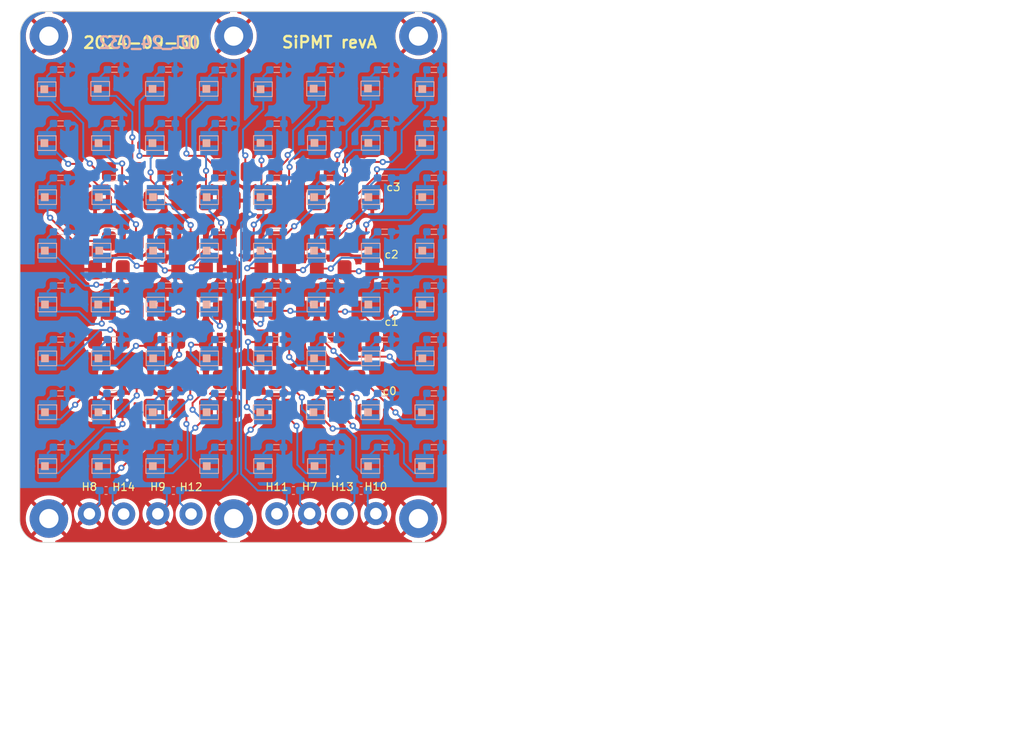
<source format=kicad_pcb>
(kicad_pcb (version 20240108) (generator "pcbnew") (generator_version "8.0")
  (layers (0 "F.Cu" signal) (31 "B.Cu" signal) (34 "B.Paste" user) (35 "F.Paste" user) (36 "B.SilkS" user "B.Silkscreen") (37 "F.SilkS" user "F.Silkscreen") (38 "B.Mask" user) (39 "F.Mask" user) (44 "Edge.Cuts" user))
  (net 0 "")
  (net 1 "GND")
  (net 2 "/AE0_CH7")
  (net 3 "/AO0_CH0")
  (net 4 "/AE0_CH6")
  (net 5 "/AO0_CH1")
  (net 6 "/AO0_CH2")
  (net 7 "/AE0_CH5")
  (net 8 "/AO0_CH3")
  (net 9 "/AE0_CH4")
  (net 10 "/AE0_CH3")
  (net 11 "/AO0_CH4")
  (net 12 "/AE0_CH2")
  (net 13 "/AO0_CH5")
  (net 14 "/AO0_CH6")
  (net 15 "/AE0_CH1")
  (net 16 "/AO0_CH7")
  (net 17 "/AE0_CH0")
  (net 18 "/AE1_CH7")
  (net 19 "/AO1_CH0")
  (net 20 "/AE1_CH6")
  (net 21 "/AO1_CH1")
  (net 22 "/AO1_CH2")
  (net 23 "/AE1_CH5")
  (net 24 "/AO1_CH3")
  (net 25 "/AE1_CH4")
  (net 26 "/AE1_CH3")
  (net 27 "/AO1_CH4")
  (net 28 "/AE1_CH2")
  (net 29 "/AO1_CH5")
  (net 30 "/AO1_CH6")
  (net 31 "/AE1_CH1")
  (net 32 "/AO1_CH7")
  (net 33 "/AE1_CH0")
  (net 34 "/AE2_CH7")
  (net 35 "/AO2_CH0")
  (net 36 "/AE2_CH6")
  (net 37 "/AO2_CH1")
  (net 38 "/AO2_CH2")
  (net 39 "/AE2_CH5")
  (net 40 "/AO2_CH3")
  (net 41 "/AE2_CH4")
  (net 42 "/AE2_CH3")
  (net 43 "/AO2_CH4")
  (net 44 "/AE2_CH2")
  (net 45 "/AO2_CH5")
  (net 46 "/AO2_CH6")
  (net 47 "/AE2_CH1")
  (net 48 "/AO2_CH7")
  (net 49 "/AE2_CH0")
  (net 50 "/AE3_CH7")
  (net 51 "/AO3_CH0")
  (net 52 "/AE3_CH6")
  (net 53 "/AO3_CH1")
  (net 54 "/AO3_CH2")
  (net 55 "/AE3_CH5")
  (net 56 "/AO3_CH3")
  (net 57 "/AE3_CH4")
  (net 58 "/AE3_CH3")
  (net 59 "/AO3_CH4")
  (net 60 "/AE3_CH2")
  (net 61 "/AO3_CH5")
  (net 62 "/AO3_CH6")
  (net 63 "/AE3_CH1")
  (net 64 "/AO3_CH7")
  (net 65 "/AE3_CH0")
  (net 66 "Net-(D7-K)")
  (net 67 "Net-(D15-K)")
  (net 68 "Net-(D17-K)")
  (net 69 "Net-(D18-K)")
  (net 70 "Net-(D19-K)")
  (net 71 "Net-(D20-K)")
  (net 72 "Net-(D21-K)")
  (net 73 "Net-(D22-K)")
  (net 74 "Net-(D1-K)")
  (net 75 "Net-(D2-K)")
  (net 76 "Net-(D3-K)")
  (net 77 "Net-(D4-K)")
  (net 78 "Net-(D5-K)")
  (net 79 "Net-(D6-K)")
  (net 80 "Net-(D8-K)")
  (net 81 "Net-(D9-K)")
  (net 82 "Net-(D10-K)")
  (net 83 "Net-(D11-K)")
  (net 84 "Net-(D12-K)")
  (net 85 "Net-(D13-K)")
  (net 86 "Net-(D14-K)")
  (net 87 "Net-(D16-K)")
  (net 88 "Net-(D23-K)")
  (net 89 "Net-(D24-K)")
  (net 90 "Net-(D25-K)")
  (net 91 "Net-(D26-K)")
  (net 92 "Net-(D27-K)")
  (net 93 "Net-(D28-K)")
  (net 94 "Net-(D29-K)")
  (net 95 "Net-(D30-K)")
  (net 96 "Net-(D31-K)")
  (net 97 "Net-(D32-K)")
  (net 98 "Net-(D33-K)")
  (net 99 "Net-(D34-K)")
  (net 100 "Net-(D35-K)")
  (net 101 "Net-(D36-K)")
  (net 102 "Net-(D37-K)")
  (net 103 "Net-(D38-K)")
  (net 104 "Net-(D39-K)")
  (net 105 "Net-(D40-K)")
  (net 106 "Net-(D41-K)")
  (net 107 "Net-(D42-K)")
  (net 108 "Net-(D43-K)")
  (net 109 "Net-(D44-K)")
  (net 110 "Net-(D45-K)")
  (net 111 "Net-(D46-K)")
  (net 112 "Net-(D47-K)")
  (net 113 "Net-(D48-K)")
  (net 114 "Net-(D49-K)")
  (net 115 "Net-(D50-K)")
  (net 116 "Net-(D51-K)")
  (net 117 "Net-(D52-K)")
  (net 118 "Net-(D53-K)")
  (net 119 "Net-(D54-K)")
  (net 120 "Net-(D55-K)")
  (net 121 "Net-(D56-K)")
  (net 122 "Net-(D57-K)")
  (net 123 "Net-(D58-K)")
  (net 124 "Net-(D59-K)")
  (net 125 "Net-(D60-K)")
  (net 126 "Net-(D61-K)")
  (net 127 "Net-(D62-K)")
  (net 128 "Net-(D63-K)")
  (net 129 "Net-(D64-K)")
  (net 130 "+BATT 4")
  (net 131 "+BATT 3")
  (net 132 "+BATT 1")
  (net 133 "+BATT 2")
  (footprint "kicad-mza:TOP-carrier-pogo-pin" (layer "F.Cu") (at 146.8875 110.275)
    (property "Reference" "c0")
    (property "Value" "TOP-carrier-pogo-pin" (hide yes))
  )
  (footprint "MountingHole:MountingHole_1.5mm_Pad" (layer "F.Cu") (at 165.35 125.83)
    (property "Reference" "H10")
    (property "Value" "MountingHole_Pad" (hide yes))
  )
  (footprint "kicad-mza:TOP-carrier-pogo-pin" (layer "F.Cu") (at 146.8875 83.275)
    (property "Reference" "c3")
    (property "Value" "TOP-carrier-pogo-pin" (hide yes))
  )
  (footprint "kicad-mza:TOP-carrier-pogo-pin" (layer "F.Cu") (at 146.8875 92.275)
    (property "Reference" "c2")
    (property "Value" "TOP-carrier-pogo-pin" (hide yes))
  )
  (footprint "MountingHole:MountingHole_1.5mm_Pad" (layer "F.Cu") (at 137.0375 125.855)
    (property "Reference" "H9")
    (property "Value" "MountingHole_Pad" (hide yes))
  )
  (footprint "MountingHole:MountingHole_2.5mm_Pad" (layer "F.Cu") (at 122.8875 63.775)
    (property "Reference" "H1" (hide yes))
    (property "Value" "MountingHole_Pad" (hide yes))
  )
  (footprint "MountingHole:MountingHole_1.5mm_Pad" (layer "F.Cu") (at 132.6 125.88)
    (property "Reference" "H14")
    (property "Value" "MountingHole_Pad" (hide yes))
  )
  (footprint "MountingHole:MountingHole_1.5mm_Pad" (layer "F.Cu") (at 156.75 125.83)
    (property "Reference" "H7")
    (property "Value" "MountingHole_Pad" (hide yes))
  )
  (footprint "MountingHole:MountingHole_1.5mm_Pad" (layer "F.Cu") (at 161 125.855)
    (property "Reference" "H13")
    (property "Value" "MountingHole_Pad" (hide yes))
  )
  (footprint "MountingHole:MountingHole_2.5mm_Pad" (layer "F.Cu") (at 170.8375 126.475)
    (property "Reference" "H6" (hide yes))
    (property "Value" "MountingHole_Pad" (hide yes))
  )
  (footprint "kicad-mza:TOP-carrier-pogo-pin" (layer "F.Cu") (at 146.8875 101.275)
    (property "Reference" "c1")
    (property "Value" "TOP-carrier-pogo-pin" (hide yes))
  )
  (footprint "MountingHole:MountingHole_1.5mm_Pad" (layer "F.Cu") (at 141.35 125.88)
    (property "Reference" "H12")
    (property "Value" "MountingHole_Pad" (hide yes))
  )
  (footprint "MountingHole:MountingHole_1.5mm_Pad" (layer "F.Cu") (at 152.5 125.855)
    (property "Reference" "H11")
    (property "Value" "MountingHole_Pad" (hide yes))
  )
  (footprint "MountingHole:MountingHole_2.5mm_Pad" (layer "F.Cu") (at 170.8875 63.775)
    (property "Reference" "H3" (hide yes))
    (property "Value" "MountingHole_Pad" (hide yes))
  )
  (footprint "MountingHole:MountingHole_2.5mm_Pad" (layer "F.Cu") (at 146.8875 126.475)
    (property "Reference" "H5" (hide yes))
    (property "Value" "MountingHole_Pad" (hide yes))
  )
  (footprint "MountingHole:MountingHole_2.5mm_Pad" (layer "F.Cu") (at 146.8875 63.775)
    (property "Reference" "H2" (hide yes))
    (property "Value" "MountingHole_Pad" (hide yes))
  )
  (footprint "MountingHole:MountingHole_1.5mm_Pad" (layer "F.Cu") (at 128.143148 125.855)
    (property "Reference" "H8")
    (property "Value" "MountingHole_Pad" (hide yes))
  )
  (footprint "MountingHole:MountingHole_2.5mm_Pad" (layer "F.Cu") (at 122.8875 126.475)
    (property "Reference" "H4" (hide yes))
    (property "Value" "MountingHole_Pad" (hide yes))
  )
  (footprint "kicad-mza:0603" (layer "B.Cu") (at 159.4 68.155 180)
    (property "Reference" "R3" (hide yes))
    (property "Value" "10k" (hide yes))
  )
  (footprint "kicad-mza:Hamamatsu_S10362-11-100P-plus" (layer "B.Cu") (at 143.375 105.655 180)
    (property "Reference" "D40" (hide yes))
    (property "Value" "D_SiPM" (hide yes))
  )
  (footprint "kicad-mza:Hamamatsu_S10362-11-100P-plus" (layer "B.Cu") (at 122.3575 91.655 180)
    (property "Reference" "D11" (hide yes))
    (property "Value" "D_SiPM" (hide yes))
  )
  (footprint "kicad-mza:Hamamatsu_S10362-11-100P-plus" (layer "B.Cu") (at 150.375 84.705 180)
    (property "Reference" "D25" (hide yes))
    (property "Value" "D_SiPM" (hide yes))
  )
  (footprint "kicad-mza:Hamamatsu_S10362-11-100P-plus" (layer "B.Cu") (at 129.3375 77.68 180)
    (property "Reference" "D20" (hide yes))
    (property "Value" "D_SiPM")
  )
  (footprint "kicad-mza:Hamamatsu_S10362-11-100P-plus" (layer "B.Cu") (at 150.375 105.655 180)
    (property "Reference" "D42" (hide yes))
    (property "Value" "D_SiPM" (hide yes))
  )
  (footprint "kicad-mza:0603" (layer "B.Cu") (at 152.4875 68.155 180)
    (property "Reference" "R1" (hide yes))
    (property "Value" "10k" (hide yes))
  )
  (footprint "kicad-mza:0603" (layer "B.Cu") (at 145.3375 110.205 180)
    (property "Reference" "R55" (hide yes))
    (property "Value" "10k" (hide yes))
  )
  (footprint "kicad-mza:0603" (layer "B.Cu") (at 152.4375 117.205 180)
    (property "Reference" "R58" (hide yes))
    (property "Value" "10k" (hide yes))
  )
  (footprint "kicad-mza:Hamamatsu_S10362-11-100P-plus" (layer "B.Cu") (at 157.375 77.655 180)
    (property "Reference" "D4" (hide yes))
    (property "Value" "D_SiPM" (hide yes))
  )
  (footprint "kicad-mza:0603" (layer "B.Cu") (at 166.4875 68.155 180)
    (property "Reference" "R5" (hide yes))
    (property "Value" "10k" (hide yes))
  )
  (footprint "kicad-mza:Hamamatsu_S10362-11-100P-plus" (layer "B.Cu") (at 143.375 112.655 180)
    (property "Reference" "D55" (hide yes))
    (property "Value" "D_SiPM" (hide yes))
  )
  (footprint "kicad-mza:0603" (layer "B.Cu") (at 159.3875 96.205 180)
    (property "Reference" "R43" (hide yes))
    (property "Value" "10k" (hide yes))
  )
  (footprint "kicad-mza:Hamamatsu_S10362-11-100P-plus" (layer "B.Cu") (at 171.375 91.655 180)
    (property "Reference" "D32" (hide yes))
    (property "Value" "D_SiPM" (hide yes))
  )
  (footprint "kicad-mza:Hamamatsu_S10362-11-100P-plus" (layer "B.Cu") (at 129.325 105.655 180)
    (property "Reference" "D36" (hide yes))
    (property "Value" "D_SiPM" (hide yes))
  )
  (footprint "kicad-mza:Hamamatsu_S10362-11-100P-plus" (layer "B.Cu") (at 157.325 98.655 180)
    (property "Reference" "D43" (hide yes))
    (property "Value" "D_SiPM" (hide yes))
  )
  (footprint "kicad-mza:Hamamatsu_S10362-11-100P-plus" (layer "B.Cu") (at 136.375 112.655 180)
    (property "Reference" "D53" (hide yes))
    (property "Value" "D_SiPM" (hide yes))
  )
  (footprint "kicad-mza:0603" (layer "B.Cu") (at 172.8875 103.205 180)
    (property "Reference" "R48" (hide yes))
    (property "Value" "10k" (hide yes))
  )
  (footprint "kicad-mza:Hamamatsu_S10362-11-100P-plus" (layer "B.Cu") (at 122.3525 84.705 180)
    (property "Reference" "D10" (hide yes))
    (property "Value" "D_SiPM" (hide yes))
  )
  (footprint "Capacitor_SMD:C_0603_1608Metric_Pad1.08x0.95mm_HandSolder" (layer "B.Cu") (at 130.3125 122.83 180)
    (property "Reference" "C4" (hide yes))
    (property "Value" "220pF")
  )
  (footprint "kicad-mza:Hamamatsu_S10362-11-100P-plus" (layer "B.Cu") (at 143.35 77.68 180)
    (property "Reference" "D17" (hide yes))
    (property "Value" "D_SiPM")
  )
  (footprint "kicad-mza:0603" (layer "B.Cu") (at 145.325 89.205 180)
    (property "Reference" "R24" (hide yes))
    (property "Value" "10k" (hide yes))
  )
  (footprint "kicad-mza:0603" (layer "B.Cu") (at 138.3875 89.205 180)
    (property "Reference" "R16" (hide yes))
    (property "Value" "10k" (hide yes))
  )
  (footprint "kicad-mza:Hamamatsu_S10362-11-100P-plus" (layer "B.Cu") (at 136.4 84.705 180)
    (property "Reference" "D14" (hide yes))
    (property "Value" "D_SiPM" (hide yes))
  )
  (footprint "kicad-mza:Hamamatsu_S10362-11-100P-plus" (layer "B.Cu") (at 122.2875 70.68 180)
    (property "Reference" "D18" (hide yes))
    (property "Value" "D_SiPM" (hide yes))
  )
  (footprint "kicad-mza:Hamamatsu_S10362-11-100P-plus" (layer "B.Cu") (at 136.3875 119.655 180)
    (property "Reference" "D54" (hide yes))
    (property "Value" "D_SiPM" (hide yes))
  )
  (footprint "kicad-mza:0603" (layer "B.Cu") (at 138.4 68.13 180)
    (property "Reference" "R21" (hide yes))
    (property "Value" "10k" (hide yes))
  )
  (footprint "kicad-mza:0603" (layer "B.Cu") (at 152.4375 110.205 180)
    (property "Reference" "R57" (hide yes))
    (property "Value" "10k" (hide yes))
  )
  (footprint "kicad-mza:0603" (layer "B.Cu") (at 124.4 75.13 180)
    (property "Reference" "R7" (hide yes))
    (property "Value" "10k" (hide yes))
  )
  (footprint "kicad-mza:Hamamatsu_S10362-11-100P-plus" (layer "B.Cu") (at 136.425 105.655 180)
    (property "Reference" "D38" (hide yes))
    (property "Value" "D_SiPM" (hide yes))
  )
  (footprint "kicad-mza:Hamamatsu_S10362-11-100P-plus" (layer "B.Cu") (at 122.375 98.655 180)
    (property "Reference" "D33" (hide yes))
    (property "Value" "D_SiPM" (hide yes))
  )
  (footprint "kicad-mza:Hamamatsu_S10362-11-100P-plus" (layer "B.Cu") (at 164.3375 119.655 180)
    (property "Reference" "D62" (hide yes))
    (property "Value" "D_SiPM" (hide yes))
  )
  (footprint "kicad-mza:0603" (layer "B.Cu") (at 172.8875 68.155 180)
    (property "Reference" "R8" (hide yes))
    (property "Value" "10k" (hide yes))
  )
  (footprint "kicad-mza:0603" (layer "B.Cu") (at 131.3375 117.205 180)
    (property "Reference" "R52" (hide yes))
    (property "Value" "10k" (hide yes))
  )
  (footprint "kicad-mza:0603" (layer "B.Cu") (at 145.3375 82.205 180)
    (property "Reference" "R23" (hide yes))
    (property "Value" "10k" (hide yes))
  )
  (footprint "kicad-mza:0603" (layer "B.Cu") (at 145.4 75.13 180)
    (property "Reference" "R17" (hide yes))
    (property "Value" "10k" (hide yes))
  )
  (footprint "kicad-mza:0603" (layer "B.Cu") (at 131.4 75.13 180)
    (property "Reference" "R20" (hide yes))
    (property "Value" "10k" (hide yes))
  )
  (footprint "kicad-mza:0603" (layer "B.Cu") (at 138.3875 103.205 180)
    (property "Reference" "R38" (hide yes))
    (property "Value" "10k" (hide yes))
  )
  (footprint "kicad-mza:0603" (layer "B.Cu") (at 145.4 68.18 180)
    (property "Reference" "R22" (hide yes))
    (property "Value" "10k" (hide yes))
  )
  (footprint "kicad-mza:Hamamatsu_S10362-11-100P-plus" (layer "B.Cu") (at 171.375 70.655 180)
    (property "Reference" "D8" (hide yes))
    (property "Value" "D_SiPM" (hide yes))
  )
  (footprint "kicad-mza:Hamamatsu_S10362-11-100P-plus" (layer "B.Cu") (at 171.3375 119.655 180)
    (property "Reference" "D64" (hide yes))
    (property "Value" "D_SiPM" (hide yes))
  )
  (footprint "kicad-mza:Hamamatsu_S10362-11-100P-plus" (layer "B.Cu") (at 136.425 98.655 180)
    (property "Reference" "D37" (hide yes))
    (property "Value" "D_SiPM" (hide yes))
  )
  (footprint "kicad-mza:Hamamatsu_S10362-11-100P-plus" (layer "B.Cu") (at 129.375 84.705 180)
    (property "Reference" "D12" (hide yes))
    (property "Value" "D_SiPM" (hide yes))
  )
  (footprint "kicad-mza:0603" (layer "B.Cu") (at 166.4875 103.205 180)
    (property "Reference" "R46" (hide yes))
    (property "Value" "10k" (hide yes))
  )
  (footprint "Capacitor_SMD:C_0603_1608Metric_Pad1.08x0.95mm_HandSolder" (layer "B.Cu") (at 154.65 122.83 180)
    (property "Reference" "C7" (hide yes))
    (property "Value" "220pF")
  )
  (footprint "kicad-mza:Hamamatsu_S10362-11-100P-plus" (layer "B.Cu") (at 164.375 105.655 180)
    (property "Reference" "D46" (hide yes))
    (property "Value" "D_SiPM" (hide yes))
  )
  (footprint "kicad-mza:Hamamatsu_S10362-11-100P-plus" (layer "B.Cu") (at 150.375 91.655 180)
    (property "Reference" "D26" (hide yes))
    (property "Value" "D_SiPM" (hide yes))
  )
  (footprint "kicad-mza:0603" (layer "B.Cu") (at 145.3375 96.205 180)
    (property "Reference" "R39" (hide yes))
    (property "Value" "10k" (hide yes))
  )
  (footprint "kicad-mza:Hamamatsu_S10362-11-100P-plus" (layer "B.Cu") (at 157.3875 119.655 180)
    (property "Reference" "D60" (hide yes))
    (property "Value" "D_SiPM" (hide yes))
  )
  (footprint "kicad-mza:Hamamatsu_S10362-11-100P-plus" (layer "B.Cu") (at 122.3 77.68 180)
    (property "Reference" "D7" (hide yes))
    (property "Value" "D_SiPM")
  )
  (footprint "kicad-mza:Hamamatsu_S10362-11-100P-plus" (layer "B.Cu") (at 150.375 77.655 180)
    (property "Reference" "D2" (hide yes))
    (property "Value" "D_SiPM" (hide yes))
  )
  (footprint "kicad-mza:Hamamatsu_S10362-11-100P-plus" (layer "B.Cu") (at 150.3875 119.655 180)
    (property "Reference" "D58" (hide yes))
    (property "Value" "D_SiPM" (hide yes))
  )
  (footprint "kicad-mza:Hamamatsu_S10362-11-100P-plus" (layer "B.Cu") (at 157.325 105.655 180)
    (property "Reference" "D44" (hide yes))
    (property "Value" "D_SiPM" (hide yes))
  )
  (footprint "kicad-mza:0603" (layer "B.Cu") (at 124.3875 103.205 180)
    (property "Reference" "R34" (hide yes))
    (property "Value" "10k" (hide yes))
  )
  (footprint "kicad-mza:Hamamatsu_S10362-11-100P-plus" (layer "B.Cu") (at 143.375 91.655 180)
    (property "Reference" "D24" (hide yes))
    (property "Value" "D_SiPM" (hide yes))
  )
  (footprint "kicad-mza:0603" (layer "B.Cu") (at 145.3375 117.205 180)
    (property "Reference" "R56" (hide yes))
    (property "Value" "10k" (hide yes))
  )
  (footprint "kicad-mza:0603" (layer "B.Cu") (at 152.4375 89.205 180)
    (property "Reference" "R26" (hide yes))
    (property "Value" "10k" (hide yes))
  )
  (footprint "kicad-mza:0603" (layer "B.Cu") (at 152.4375 96.205 180)
    (property "Reference" "R41" (hide yes))
    (property "Value" "10k" (hide yes))
  )
  (footprint "kicad-mza:0603" (layer "B.Cu") (at 166.4875 89.205 180)
    (property "Reference" "R30" (hide yes))
    (property "Value" "10k" (hide yes))
  )
  (footprint "kicad-mza:Hamamatsu_S10362-11-100P-plus" (layer "B.Cu") (at 143.375 84.705 180)
    (property "Reference" "D23" (hide yes))
    (property "Value" "D_SiPM" (hide yes))
  )
  (footprint "kicad-mza:Hamamatsu_S10362-11-100P-plus" (layer "B.Cu") (at 164.325 70.58 180)
    (property "Reference" "D5" (hide yes))
    (property "Value" "D_SiPM" (hide yes))
  )
  (footprint "kicad-mza:0603" (layer "B.Cu") (at 131.4 68.13 180)
    (property "Reference" "R19" (hide yes))
    (property "Value" "10k" (hide yes))
  )
  (footprint "kicad-mza:0603" (layer "B.Cu") (at 172.8875 96.205 180)
    (property "Reference" "R47" (hide yes))
    (property "Value" "10k" (hide yes))
  )
  (footprint "kicad-mza:0603" (layer "B.Cu") (at 159.3875 103.205 180)
    (property "Reference" "R44" (hide yes))
    (property "Value" "10k" (hide yes))
  )
  (footprint "Capacitor_SMD:C_0603_1608Metric_Pad1.08x0.95mm_HandSolder" (layer "B.Cu") (at 163.4375 122.83 180)
    (property "Reference" "C6" (hide yes))
    (property "Value" "220pF")
  )
  (footprint "kicad-mza:Hamamatsu_S10362-11-100P-plus" (layer "B.Cu") (at 157.275 70.605 180)
    (property "Reference" "D3" (hide yes))
    (property "Value" "D_SiPM" (hide yes))
  )
  (footprint "kicad-mza:0603" (layer "B.Cu") (at 166.4875 117.205 180)
    (property "Reference" "R62" (hide yes))
    (property "Value" "10k" (hide yes))
  )
  (footprint "kicad-mza:0603" (layer "B.Cu") (at 131.3875 82.205 180)
    (property "Reference" "R12" (hide yes))
    (property "Value" "10k" (hide yes))
  )
  (footprint "kicad-mza:0603" (layer "B.Cu") (at 166.4875 96.205 180)
    (property "Reference" "R45" (hide yes))
    (property "Value" "10k" (hide yes))
  )
  (footprint "kicad-mza:0603" (layer "B.Cu") (at 152.4875 75.155 180)
    (property "Reference" "R2" (hide yes))
    (property "Value" "10k" (hide yes))
  )
  (footprint "kicad-mza:0603" (layer "B.Cu") (at 172.8875 110.205 180)
    (property "Reference" "R63" (hide yes))
    (property "Value" "10k" (hide yes))
  )
  (footprint "kicad-mza:0603" (layer "B.Cu") (at 138.4 75.13 180)
    (property "Reference" "R15" (hide yes))
    (property "Value" "10k" (hide yes))
  )
  (footprint "kicad-mza:Hamamatsu_S10362-11-100P-plus" (layer "B.Cu") (at 164.375 77.655 180)
    (property "Reference" "D6" (hide yes))
    (property "Value" "D_SiPM" (hide yes))
  )
  (footprint "kicad-mza:0603" (layer "B.Cu") (at 124.3875 96.205 180)
    (property "Reference" "R33" (hide yes))
    (property "Value" "10k" (hide yes))
  )
  (footprint "kicad-mza:0603" (layer "B.Cu") (at 159.3875 89.205 180)
    (property "Reference" "R28" (hide yes))
    (property "Value" "10k" (hide yes))
  )
  (footprint "kicad-mza:Hamamatsu_S10362-11-100P-plus" (layer "B.Cu") (at 171.3875 105.655 180)
    (property "Reference" "D48" (hide yes))
    (property "Value" "D_SiPM" (hide yes))
  )
  (footprint "kicad-mza:0603" (layer "B.Cu") (at 124.3875 89.205 180)
    (property "Reference" "R11" (hide yes))
    (property "Value" "10k" (hide yes))
  )
  (footprint "Capacitor_SMD:C_0603_1608Metric_Pad1.08x0.95mm_HandSolder" (layer "B.Cu") (at 139.0625 122.83 180)
    (property "Reference" "C5" (hide yes))
    (property "Value" "220pF")
  )
  (footprint "kicad-mza:0603" (layer "B.Cu") (at 124.3875 82.205 180)
    (property "Reference" "R10" (hide yes))
    (property "Value" "10k" (hide yes))
  )
  (footprint "kicad-mza:Hamamatsu_S10362-11-100P-plus" (layer "B.Cu") (at 122.375 112.655 180)
    (property "Reference" "D49" (hide yes))
    (property "Value" "D_SiPM" (hide yes))
  )
  (footprint "kicad-mza:0603" (layer "B.Cu") (at 159.3875 117.205 180)
    (property "Reference" "R60" (hide yes))
    (property "Value" "10k" (hide yes))
  )
  (footprint "kicad-mza:0603" (layer "B.Cu") (at 172.8875 75.155 180)
    (property "Reference" "R9" (hide yes))
    (property "Value" "10k" (hide yes))
  )
  (footprint "kicad-mza:Hamamatsu_S10362-11-100P-plus" (layer "B.Cu") (at 129.425 91.655 180)
    (property "Reference" "D13" (hide yes))
    (property "Value" "D_SiPM" (hide yes))
  )
  (footprint "kicad-mza:0603" (layer "B.Cu") (at 159.3875 110.205 180)
    (property "Reference" "R59" (hide yes))
    (property "Value" "10k" (hide yes))
  )
  (footprint "kicad-mza:Hamamatsu_S10362-11-100P-plus" (layer "B.Cu") (at 171.3375 112.655 180)
    (property "Reference" "D63" (hide yes))
    (property "Value" "D_SiPM" (hide yes))
  )
  (footprint "kicad-mza:Hamamatsu_S10362-11-100P-plus" (layer "B.Cu") (at 136.35 70.63 180)
    (property "Reference" "D21" (hide yes))
    (property "Value" "D_SiPM" (hide yes))
  )
  (footprint "kicad-mza:0603" (layer "B.Cu") (at 172.8875 89.205 180)
    (property "Reference" "R32" (hide yes))
    (property "Value" "10k" (hide yes))
  )
  (footprint "kicad-mza:Hamamatsu_S10362-11-100P-plus" (layer "B.Cu") (at 164.3375 112.655 180)
    (property "Reference" "D61" (hide yes))
    (property "Value" "D_SiPM" (hide yes))
  )
  (footprint "kicad-mza:Hamamatsu_S10362-11-100P-plus" (layer "B.Cu") (at 129.325 112.655 180)
    (property "Reference" "D51" (hide yes))
    (property "Value" "D_SiPM" (hide yes))
  )
  (footprint "kicad-mza:0603" (layer "B.Cu") (at 131.3875 103.205 180)
    (property "Reference" "R36" (hide yes))
    (property "Value" "10k" (hide yes))
  )
  (footprint "kicad-mza:Hamamatsu_S10362-11-100P-plus" (layer "B.Cu") (at 143.3875 119.655 180)
    (property "Reference" "D56" (hide yes))
    (property "Value" "D_SiPM" (hide yes))
  )
  (footprint "kicad-mza:0603" (layer "B.Cu") (at 172.8875 117.205 180)
    (property "Reference" "R64" (hide yes))
    (property "Value" "10k" (hide yes))
  )
  (footprint "kicad-mza:Hamamatsu_S10362-11-100P-plus" (layer "B.Cu") (at 129.2875 98.655 180)
    (property "Reference" "D35" (hide yes))
    (property "Value" "D_SiPM" (hide yes))
  )
  (footprint "kicad-mza:Hamamatsu_S10362-11-100P-plus" (layer "B.Cu") (at 157.325 91.655 180)
    (property "Reference" "D28" (hide yes))
    (property "Value" "D_SiPM" (hide yes))
  )
  (footprint "kicad-mza:0603" (layer "B.Cu") (at 131.3375 110.205 180)
    (property "Reference" "R51" (hide yes))
    (property "Value" "10k" (hide yes))
  )
  (footprint "kicad-mza:Hamamatsu_S10362-11-100P-plus" (layer "B.Cu") (at 164.375 91.655 180)
    (property "Reference" "D30" (hide yes))
    (property "Value" "D_SiPM" (hide yes))
  )
  (footprint "kicad-mza:Hamamatsu_S10362-11-100P-plus" (layer "B.Cu") (at 171.375 98.655 180)
    (property "Reference" "D47" (hide yes))
    (property "Value" "D_SiPM" (hide yes))
  )
  (footprint "kicad-mza:Hamamatsu_S10362-11-100P-plus" (layer "B.Cu") (at 129.2375 70.63 180)
    (property "Reference" "D19" (hide yes))
    (property "Value" "D_SiPM" (hide yes))
  )
  (footprint "kicad-mza:Hamamatsu_S10362-11-100P-plus" (layer "B.Cu") (at 143.3375 70.63 180)
    (property "Reference" "D22" (hide yes))
    (property "Value" "D_SiPM" (hide yes))
  )
  (footprint "kicad-mza:Hamamatsu_S10362-11-100P-plus" (layer "B.Cu") (at 136.3375 77.68 180)
    (property "Reference" "D15" (hide yes))
    (property "Value" "D_SiPM")
  )
  (footprint "kicad-mza:0603" (layer "B.Cu") (at 159.375 75.155 180)
    (property "Reference" "R4" (hide yes))
    (property "Value" "10k" (hide yes))
  )
  (footprint "kicad-mza:0603" (layer "B.Cu") (at 159.3875 82.205 180)
    (property "Reference" "R27" (hide yes))
    (property "Value" "10k" (hide yes))
  )
  (footprint "kicad-mza:Hamamatsu_S10362-11-100P-plus" (layer "B.Cu") (at 150.375 70.68 180)
    (property "Reference" "D1" (hide yes))
    (property "Value" "D_SiPM" (hide yes))
  )
  (footprint "kicad-mza:Hamamatsu_S10362-11-100P-plus" (layer "B.Cu") (at 164.375 84.705 180)
    (property "Reference" "D29" (hide yes))
    (property "Value" "D_SiPM" (hide yes))
  )
  (footprint "kicad-mza:0603" (layer "B.Cu") (at 172.8875 82.205 180)
    (property "Reference" "R31" (hide yes))
    (property "Value" "10k" (hide yes))
  )
  (footprint "kicad-mza:0603" (layer "B.Cu") (at 152.4875 82.205 180)
    (property "Reference" "R25" (hide yes))
    (property "Value" "10k" (hide yes))
  )
  (footprint "kicad-mza:Hamamatsu_S10362-11-100P-plus" (layer "B.Cu") (at 150.375 98.655 180)
    (property "Reference" "D41" (hide yes))
    (property "Value" "D_SiPM" (hide yes))
  )
  (footprint "kicad-mza:Hamamatsu_S10362-11-100P-plus" (layer "B.Cu") (at 136.425 91.655 180)
    (property "Reference" "D16" (hide yes))
    (property "Value" "D_SiPM" (hide yes))
  )
  (footprint "kicad-mza:0603" (layer "B.Cu") (at 145.3375 103.205 180)
    (property "Reference" "R40" (hide yes))
    (property "Value" "10k" (hide yes))
  )
  (footprint "kicad-mza:0603" (layer "B.Cu") (at 166.4875 75.155 180)
    (property "Reference" "R6" (hide yes))
    (property "Value" "10k" (hide yes))
  )
  (footprint "kicad-mza:0603" (layer "B.Cu") (at 138.3875 110.205 180)
    (property "Reference" "R53" (hide yes))
    (property "Value" "10k" (hide yes))
  )
  (footprint "kicad-mza:Hamamatsu_S10362-11-100P-plus" (layer "B.Cu") (at 171.375 84.705 180)
    (property "Reference" "D31" (hide yes))
    (property "Value" "D_SiPM" (hide yes))
  )
  (footprint "kicad-mza:Hamamatsu_S10362-11-100P-plus" (layer "B.Cu") (at 171.375 77.655 180)
    (property "Reference" "D9" (hide yes))
    (property "Value" "D_SiPM" (hide yes))
  )
  (footprint "kicad-mza:Hamamatsu_S10362-11-100P-plus" (layer "B.Cu") (at 122.375 105.655 180)
    (property "Reference" "D34" (hide yes))
    (property "Value" "D_SiPM" (hide yes))
  )
  (footprint "kicad-mza:0603" (layer "B.Cu") (at 131.3875 89.205 180)
    (property "Reference" "R13" (hide yes))
    (property "Value" "10k" (hide yes))
  )
  (footprint "kicad-mza:0603" (layer "B.Cu") (at 152.4375 103.205 180)
    (property "Reference" "R42" (hide yes))
    (property "Value" "10k" (hide yes))
  )
  (footprint "kicad-mza:Hamamatsu_S10362-11-100P-plus" (layer "B.Cu") (at 150.3375 112.655 180)
    (property "Reference" "D57" (hide yes))
    (property "Value" "D_SiPM" (hide yes))
  )
  (footprint "kicad-mza:Hamamatsu_S10362-11-100P-plus" (layer "B.Cu") (at 157.2375 112.655 180)
    (property "Reference" "D59" (hide yes))
    (property "Value" "D_SiPM" (hide yes))
  )
  (footprint "kicad-mza:0603" (layer "B.Cu") (at 138.375 82.205 180)
    (property "Reference" "R14" (hide yes))
    (property "Value" "10k" (hide yes))
  )
  (footprint "kicad-mza:Hamamatsu_S10362-11-100P-plus" (layer "B.Cu") (at 164.375 98.655 180)
    (property "Reference" "D45" (hide yes))
    (property "Value" "D_SiPM" (hide yes))
  )
  (footprint "kicad-mza:Hamamatsu_S10362-11-100P-plus" (layer "B.Cu") (at 143.375 98.655 180)
    (property "Reference" "D39" (hide yes))
    (property "Value" "D_SiPM" (hide yes))
  )
  (footprint "kicad-mza:0603" (layer "B.Cu") (at 138.3875 96.205 180)
    (property "Reference" "R37" (hide yes))
    (property "Value" "10k" (hide yes))
  )
  (footprint "kicad-mza:Hamamatsu_S10362-11-100P-plus" (layer "B.Cu") (at 129.375 119.655 180)
    (property "Reference" "D52" (hide yes))
    (property "Value" "D_SiPM" (hide yes))
  )
  (footprint "kicad-mza:0603" (layer "B.Cu") (at 138.3875 117.205 180)
    (property "Reference" "R54" (hide yes))
    (property "Value" "10k" (hide yes))
  )
  (footprint "kicad-mza:Hamamatsu_S10362-11-100P-plus" (layer "B.Cu") (at 122.375 119.655 180)
    (property "Reference" "D50" (hide yes))
    (property "Value" "D_SiPM" (hide yes))
  )
  (footprint "kicad-mza:0603" (layer "B.Cu") (at 166.4875 82.205 180)
    (property "Reference" "R29" (hide yes))
    (property "Value" "10k" (hide yes))
  )
  (footprint "kicad-mza:0603" (layer "B.Cu") (at 124.3875 110.205 180)
    (property "Reference" "R49" (hide yes))
    (property "Value" "10k" (hide yes))
  )
  (footprint "kicad-mza:0603" (layer "B.Cu") (at 166.4875 110.205 180)
    (property "Reference" "R61" (hide yes))
    (property "Value" "10k" (hide yes))
  )
  (footprint "kicad-mza:Hamamatsu_S10362-11-100P-plus" (layer "B.Cu") (at 157.3375 84.705 180)
    (property "Reference" "D27" (hide yes))
    (property "Value" "D_SiPM" (hide yes))
  )
  (footprint "kicad-mza:0603" (layer "B.Cu") (at 124.3875 117.205 180)
    (property "Reference" "R50" (hide yes))
    (property "Value" "10k" (hide yes))
  )
  (footprint "kicad-mza:0603" (layer "B.Cu") (at 131.3875 96.205 180)
    (property "Reference" "R35" (hide yes))
    (property "Value" "10k" (hide yes))
  )
  (footprint "kicad-mza:0603" (layer "B.Cu") (at 124.4 68.13 180)
    (property "Reference" "R18" (hide yes))
    (property "Value" "10k" (hide yes))
  )
  (gr_line (start 171.750057 60.581693) (end 122.05 60.58) (stroke (width 0.1)) (layer "Edge.Cuts"))
  (gr_line (start 174.598307 126.680057) (end 174.65 63.48) (stroke (width 0.1)) (layer "Edge.Cuts"))
  (gr_line (start 119.151693 63.479943) (end 119.1 126.68) (stroke (width 0.1)) (layer "Edge.Cuts"))
  (gr_arc (start 121.999943 129.578307) (mid 119.978044 128.701404) (end 119.1 126.68) (stroke (width 0.1)) (layer "Edge.Cuts"))
  (gr_arc (start 119.151693 63.479943) (mid 120.028596 61.458044) (end 122.05 60.58) (stroke (width 0.1)) (layer "Edge.Cuts"))
  (gr_arc (start 171.750057 60.581693) (mid 173.771956 61.458596) (end 174.65 63.48) (stroke (width 0.1)) (layer "Edge.Cuts"))
  (gr_arc (start 174.598307 126.680057) (mid 173.721404 128.701956) (end 171.7 129.58) (stroke (width 0.1)) (layer "Edge.Cuts"))
  (gr_line (start 121.999943 129.578307) (end 171.7 129.58) (stroke (width 0.1)) (layer "Edge.Cuts"))
  (gr_text "IDL_24_032" (at 142.4275 65.505 -0) (layer "B.SilkS") (effects (font (size 1.5 1.5) (thickness 0.3) (bold yes)) (justify left bottom mirror)))
  (gr_text "2024-09-30" (at 127.1875 65.505 0) (layer "F.SilkS") (effects (font (size 1.5 1.5) (thickness 0.3) (bold yes)) (justify left bottom)))
  (gr_text "SiPMT revA" (at 152.9875 65.455 0) (layer "F.SilkS") (effects (font (size 1.5 1.5) (thickness 0.3) (bold yes)) (justify left bottom)))
  (segment (start 137.0375 125.855) (end 138.2 124.6925) (width 0.25) (layer "B.Cu") (net 1))
  (segment (start 155.5125 124.5925) (end 156.75 125.83) (width 0.25) (layer "B.Cu") (net 1))
  (segment (start 129.45 124.548148) (end 129.45 122.83) (width 0.25) (layer "B.Cu") (net 1))
  (segment (start 128.143148 125.855) (end 129.45 124.548148) (width 0.25) (layer "B.Cu") (net 1))
  (segment (start 164.3 124.78) (end 164.3 122.83) (width 0.25) (layer "B.Cu") (net 1))
  (segment (start 155.5125 122.83) (end 155.5125 124.5925) (width 0.25) (layer "B.Cu") (net 1))
  (segment (start 165.35 125.83) (end 164.3 124.78) (width 0.25) (layer "B.Cu") (net 1))
  (segment (start 138.2 124.6925) (end 138.2 122.83) (width 0.25) (layer "B.Cu") (net 1))
  (segment (start 126.3 111.68) (end 129.58 108.4) (width 0.25) (layer "F.Cu") (net 2))
  (segment (start 129.58 108.4) (end 130.6875 108.4) (width 0.25) (layer "F.Cu") (net 2))
  (via (at 126.3 111.68) (size 0.8) (drill 0.4) (layers "F.Cu" "B.Cu") (net 2))
  (segment (start 122.7375 113.58) (end 124.4 113.58) (width 0.25) (layer "B.Cu") (net 2))
  (segment (start 124.4 113.58) (end 126.3 111.68) (width 0.25) (layer "B.Cu") (net 2))
  (segment (start 132.45 114.18) (end 132.45 112.1875) (width 0.25) (layer "F.Cu") (net 3))
  (segment (start 132.45 112.1875) (end 132.4875 112.15) (width 0.25) (layer "F.Cu") (net 3))
  (via (at 132.45 114.18) (size 0.8) (drill 0.4) (layers "F.Cu" "B.Cu") (net 3))
  (segment (start 132 114.63) (end 132.45 114.18) (width 0.25) (layer "B.Cu") (net 3))
  (segment (start 122.7375 120.58) (end 124.1 120.58) (width 0.25) (layer "B.Cu") (net 3))
  (segment (start 130.05 114.63) (end 132 114.63) (width 0.25) (layer "B.Cu") (net 3))
  (segment (start 124.1 120.58) (end 130.05 114.63) (width 0.25) (layer "B.Cu") (net 3))
  (segment (start 134.2875 110.4675) (end 134.3 110.48) (width 0.25) (layer "F.Cu") (net 4))
  (segment (start 134.2875 108.4) (end 134.2875 110.4675) (width 0.25) (layer "F.Cu") (net 4))
  (via (at 134.3 110.48) (size 0.8) (drill 0.4) (layers "F.Cu" "B.Cu") (net 4))
  (segment (start 134.3 110.48) (end 131.2 113.58) (width 0.25) (layer "B.Cu") (net 4))
  (segment (start 131.2 113.58) (end 129.6875 113.58) (width 0.25) (layer "B.Cu") (net 4))
  (segment (start 136.0875 116.0925) (end 136.0875 112.15) (width 0.25) (layer "F.Cu") (net 5))
  (segment (start 132.3 119.88) (end 136.0875 116.0925) (width 0.25) (layer "F.Cu") (net 5))
  (via (at 132.3 119.88) (size 0.8) (drill 0.4) (layers "F.Cu" "B.Cu") (net 5))
  (segment (start 131.6 120.58) (end 132.3 119.88) (width 0.25) (layer "B.Cu") (net 5))
  (segment (start 129.7375 120.58) (end 131.6 120.58) (width 0.25) (layer "B.Cu") (net 5))
  (segment (start 140.75 113.2125) (end 139.6875 112.15) (width 0.25) (layer "F.Cu") (net 6))
  (segment (start 140.75 114.18) (end 140.75 113.2125) (width 0.25) (layer "F.Cu") (net 6))
  (via (at 140.75 114.18) (size 0.8) (drill 0.4) (layers "F.Cu" "B.Cu") (net 6))
  (segment (start 139 120.58) (end 140.9 118.68) (width 0.25) (layer "B.Cu") (net 6))
  (segment (start 140.9 114.33) (end 140.75 114.18) (width 0.25) (layer "B.Cu") (net 6))
  (segment (start 136.75 120.58) (end 139 120.58) (width 0.25) (layer "B.Cu") (net 6))
  (segment (start 140.9 118.68) (end 140.9 114.33) (width 0.25) (layer "B.Cu") (net 6))
  (segment (start 141.25 108.6375) (end 141.4875 108.4) (width 0.25) (layer "F.Cu") (net 7))
  (segment (start 141.25 110.73) (end 141.25 108.6375) (width 0.25) (layer "F.Cu") (net 7))
  (via (at 141.25 110.73) (size 0.8) (drill 0.4) (layers "F.Cu" "B.Cu") (net 7))
  (segment (start 138.4 113.58) (end 141.25 110.73) (width 0.25) (layer "B.Cu") (net 7))
  (segment (start 136.7375 113.58) (end 138.4 113.58) (width 0.25) (layer "B.Cu") (net 7))
  (segment (start 141.9 114.68) (end 143.2875 113.2925) (width 0.25) (layer "F.Cu") (net 8))
  (segment (start 143.2875 113.2925) (end 143.2875 112.15) (width 0.25) (layer "F.Cu") (net 8))
  (via (at 141.9 114.68) (size 0.8) (drill 0.4) (layers "F.Cu" "B.Cu") (net 8))
  (segment (start 143.2375 120.58) (end 141.35 118.6925) (width 0.25) (layer "B.Cu") (net 8))
  (segment (start 141.35 117.23) (end 141.35 115.23) (width 0.25) (layer "B.Cu") (net 8))
  (segment (start 141.35 118.6925) (end 141.35 117.393604) (width 0.25) (layer "B.Cu") (net 8))
  (segment (start 141.35 117.393604) (end 141.35 117.23) (width 0.25) (layer "B.Cu") (net 8))
  (segment (start 143.75 120.58) (end 143.2375 120.58) (width 0.25) (layer "B.Cu") (net 8))
  (segment (start 141.35 115.23) (end 141.9 114.68) (width 0.25) (layer "B.Cu") (net 8))
  (segment (start 144.605305 108.4) (end 145.0875 108.4) (width 0.25) (layer "F.Cu") (net 9))
  (segment (start 141.55 111.455305) (end 144.605305 108.4) (width 0.25) (layer "F.Cu") (net 9))
  (segment (start 141.55 112.33) (end 141.55 111.455305) (width 0.25) (layer "F.Cu") (net 9))
  (via (at 141.55 112.33) (size 0.8) (drill 0.4) (layers "F.Cu" "B.Cu") (net 9))
  (segment (start 143.7375 113.58) (end 142.8 113.58) (width 0.25) (layer "B.Cu") (net 9))
  (segment (start 142.8 113.58) (end 141.55 112.33) (width 0.25) (layer "B.Cu") (net 9))
  (segment (start 148.6 111.98) (end 148.6 108.4875) (width 0.25) (layer "F.Cu") (net 10))
  (segment (start 148.6 108.4875) (end 148.6875 108.4) (width 0.25) (layer "F.Cu") (net 10))
  (via (at 148.6 111.98) (size 0.8) (drill 0.4) (layers "F.Cu" "B.Cu") (net 10))
  (segment (start 150.2 113.58) (end 148.6 111.98) (width 0.25) (layer "B.Cu") (net 10))
  (segment (start 150.7 113.58) (end 150.2 113.58) (width 0.25) (layer "B.Cu") (net 10))
  (segment (start 150.4875 113.5425) (end 150.4875 112.15) (width 0.25) (layer "F.Cu") (net 11))
  (segment (start 149.1 114.93) (end 150.4875 113.5425) (width 0.25) (layer "F.Cu") (net 11))
  (via (at 149.1 114.93) (size 0.8) (drill 0.4) (layers "F.Cu" "B.Cu") (net 11))
  (segment (start 149.05 120.58) (end 148.45 119.98) (width 0.25) (layer "B.Cu") (net 11))
  (segment (start 148.45 119.98) (end 148.45 115.58) (width 0.25) (layer "B.Cu") (net 11))
  (segment (start 150.75 120.58) (end 149.05 120.58) (width 0.25) (layer "B.Cu") (net 11))
  (segment (start 148.45 115.58) (end 149.1 114.93) (width 0.25) (layer "B.Cu") (net 11))
  (segment (start 154.7 110.13) (end 155.15 110.13) (width 0.25) (layer "F.Cu") (net 12))
  (segment (start 155.15 110.13) (end 155.75 110.73) (width 0.25) (layer "F.Cu") (net 12))
  (segment (start 154.0175 110.13) (end 154.7 110.13) (width 0.25) (layer "F.Cu") (net 12))
  (segment (start 152.2875 108.4) (end 154.0175 110.13) (width 0.25) (layer "F.Cu") (net 12))
  (via (at 155.75 110.73) (size 0.8) (drill 0.4) (layers "F.Cu" "B.Cu") (net 12))
  (segment (start 155.75 112.2425) (end 157.0875 113.58) (width 0.25) (layer "B.Cu") (net 12))
  (segment (start 155.75 110.73) (end 155.75 112.2425) (width 0.25) (layer "B.Cu") (net 12))
  (segment (start 157.0875 113.58) (end 157.6 113.58) (width 0.25) (layer "B.Cu") (net 12))
  (segment (start 154.0875 113.4675) (end 154.0875 112.15) (width 0.25) (layer "F.Cu") (net 13))
  (segment (start 155.05 114.43) (end 154.0875 113.4675) (width 0.25) (layer "F.Cu") (net 13))
  (via (at 155.05 114.43) (size 0.8) (drill 0.4) (layers "F.Cu" "B.Cu") (net 13))
  (segment (start 155.15 114.53) (end 155.05 114.43) (width 0.25) (layer "B.Cu") (net 13))
  (segment (start 155.15 119.48) (end 155.15 115.43) (width 0.25) (layer "B.Cu") (net 13))
  (segment (start 157.75 120.58) (end 156.25 120.58) (width 0.25) (layer "B.Cu") (net 13))
  (segment (start 155.15 115.43) (end 155.15 114.53) (width 0.25) (layer "B.Cu") (net 13))
  (segment (start 156.25 120.58) (end 155.15 119.48) (width 0.25) (layer "B.Cu") (net 13))
  (segment (start 159.75 114.78) (end 157.6875 112.7175) (width 0.25) (layer "F.Cu") (net 14))
  (segment (start 157.6875 112.7175) (end 157.6875 112.15) (width 0.25) (layer "F.Cu") (net 14))
  (via (at 159.75 114.78) (size 0.8) (drill 0.4) (layers "F.Cu" "B.Cu") (net 14))
  (segment (start 159.75 114.78) (end 161.6 114.78) (width 0.25) (layer "B.Cu") (net 14))
  (segment (start 161.6 114.78) (end 162.8 115.98) (width 0.25) (layer "B.Cu") (net 14))
  (segment (start 163.6 120.58) (end 164.7 120.58) (width 0.25) (layer "B.Cu") (net 14))
  (segment (start 162.8 119.78) (end 163.6 120.58) (width 0.25) (layer "B.Cu") (net 14))
  (segment (start 162.8 115.98) (end 162.8 119.78) (width 0.25) (layer "B.Cu") (net 14))
  (segment (start 161.3675 110.28) (end 159.4875 108.4) (width 0.25) (layer "F.Cu") (net 15))
  (segment (start 162.35 110.28) (end 161.3675 110.28) (width 0.25) (layer "F.Cu") (net 15))
  (segment (start 162.85 110.78) (end 162.35 110.28) (width 0.25) (layer "F.Cu") (net 15))
  (via (at 162.85 110.78) (size 0.8) (drill 0.4) (layers "F.Cu" "B.Cu") (net 15))
  (segment (start 163.65 113.58) (end 162.85 112.78) (width 0.25) (layer "B.Cu") (net 15))
  (segment (start 162.85 112.78) (end 162.85 110.78) (width 0.25) (layer "B.Cu") (net 15))
  (segment (start 164.7 113.58) (end 163.65 113.58) (width 0.25) (layer "B.Cu") (net 15))
  (segment (start 162.35 114.43) (end 161.2875 113.3675) (width 0.25) (layer "F.Cu") (net 16))
  (segment (start 161.2875 113.3675) (end 161.2875 112.15) (width 0.25) (layer "F.Cu") (net 16))
  (via (at 162.35 114.43) (size 0.8) (drill 0.4) (layers "F.Cu" "B.Cu") (net 16))
  (segment (start 162.85 114.93) (end 162.35 114.43) (width 0.25) (layer "B.Cu") (net 16))
  (segment (start 169 116.73) (end 167.2 114.93) (width 0.25) (layer "B.Cu") (net 16))
  (segment (start 167.2 114.93) (end 165.2 114.93) (width 0.25) (layer "B.Cu") (net 16))
  (segment (start 170.3 120.58) (end 169.55 119.83) (width 0.25) (layer "B.Cu") (net 16))
  (segment (start 165.2 114.93) (end 162.85 114.93) (width 0.25) (layer "B.Cu") (net 16))
  (segment (start 171.7 120.58) (end 170.3 120.58) (width 0.25) (layer "B.Cu") (net 16))
  (segment (start 169.55 119.83) (end 169 119.28) (width 0.25) (layer "B.Cu") (net 16))
  (segment (start 169 119.28) (end 169 116.73) (width 0.25) (layer "B.Cu") (net 16))
  (segment (start 163.0875 108.4) (end 163.62 108.4) (width 0.25) (layer "F.Cu") (net 17))
  (segment (start 163.62 108.4) (end 167.9 112.68) (width 0.25) (layer "F.Cu") (net 17))
  (via (at 167.9 112.68) (size 0.8) (drill 0.4) (layers "F.Cu" "B.Cu") (net 17))
  (segment (start 168.8 113.58) (end 171.7 113.58) (width 0.25) (layer "B.Cu") (net 17))
  (segment (start 167.9 112.68) (end 168.8 113.58) (width 0.25) (layer "B.Cu") (net 17))
  (segment (start 129.75 101.13) (end 129.75 100.3375) (width 0.25) (layer "F.Cu") (net 18))
  (segment (start 129.75 100.3375) (end 130.6875 99.4) (width 0.25) (layer "F.Cu") (net 18))
  (via (at 129.75 101.13) (size 0.8) (drill 0.4) (layers "F.Cu" "B.Cu") (net 18))
  (segment (start 128.4 101.18) (end 129.7 101.18) (width 0.25) (layer "B.Cu") (net 18))
  (segment (start 126.8 99.58) (end 128.4 101.18) (width 0.25) (layer "B.Cu") (net 18))
  (segment (start 129.7 101.18) (end 129.75 101.13) (width 0.25) (layer "B.Cu") (net 18))
  (segment (start 122.7375 99.58) (end 126.8 99.58) (width 0.25) (layer "B.Cu") (net 18))
  (segment (start 130.85 101.93) (end 131.2675 101.93) (width 0.25) (layer "F.Cu") (net 19))
  (segment (start 131.2675 101.93) (end 132.4875 103.15) (width 0.25) (layer "F.Cu") (net 19))
  (via (at 130.85 101.93) (size 0.8) (drill 0.4) (layers "F.Cu" "B.Cu") (net 19))
  (segment (start 122.7375 106.58) (end 124.9 106.58) (width 0.25) (layer "B.Cu") (net 19))
  (segment (start 130.8 101.98) (end 130.85 101.93) (width 0.25) (layer "B.Cu") (net 19))
  (segment (start 124.9 106.58) (end 129.5 101.98) (width 0.25) (layer "B.Cu") (net 19))
  (segment (start 129.5 101.98) (end 130.8 101.98) (width 0.25) (layer "B.Cu") (net 19))
  (segment (start 132.45 99.58) (end 134.1075 99.58) (width 0.25) (layer "F.Cu") (net 20))
  (segment (start 134.1075 99.58) (end 134.2875 99.4) (width 0.25) (layer "F.Cu") (net 20))
  (via (at 132.45 99.58) (size 0.8) (drill 0.4) (layers "F.Cu" "B.Cu") (net 20))
  (segment (start 129.65 99.58) (end 132.45 99.58) (width 0.25) (layer "B.Cu") (net 20))
  (segment (start 135.2075 104.03) (end 136.0875 103.15) (width 0.25) (layer "F.Cu") (net 21))
  (segment (start 134.2 104.03) (end 135.2075 104.03) (width 0.25) (layer "F.Cu") (net 21))
  (via (at 134.2 104.03) (size 0.8) (drill 0.4) (layers "F.Cu" "B.Cu") (net 21))
  (segment (start 131.65 106.58) (end 134.2 104.03) (width 0.25) (layer "B.Cu") (net 21))
  (segment (start 129.6875 106.58) (end 131.65 106.58) (width 0.25) (layer "B.Cu") (net 21))
  (segment (start 139.8 103.2625) (end 139.6875 103.15) (width 0.25) (layer "F.Cu") (net 22))
  (segment (start 139.8 105.18) (end 139.8 103.2625) (width 0.25) (layer "F.Cu") (net 22))
  (via (at 139.8 105.18) (size 0.8) (drill 0.4) (layers "F.Cu" "B.Cu") (net 22))
  (segment (start 136.7875 106.58) (end 138.4 106.58) (width 0.25) (layer "B.Cu") (net 22))
  (segment (start 138.4 106.58) (end 139.8 105.18) (width 0.25) (layer "B.Cu") (net 22))
  (segment (start 139.75 99.58) (end 141.3075 99.58) (width 0.25) (layer "F.Cu") (net 23))
  (segment (start 141.3075 99.58) (end 141.4875 99.4) (width 0.25) (layer "F.Cu") (net 23))
  (via (at 139.75 99.58) (size 0.8) (drill 0.4) (layers "F.Cu" "B.Cu") (net 23))
  (segment (start 136.7875 99.58) (end 139.75 99.58) (width 0.25) (layer "B.Cu") (net 23))
  (segment (start 141.35 103.88) (end 142.5575 103.88) (width 0.25) (layer "F.Cu") (net 24))
  (segment (start 142.5575 103.88) (end 143.2875 103.15) (width 0.25) (layer "F.Cu") (net 24))
  (via (at 141.35 103.88) (size 0.8) (drill 0.4) (layers "F.Cu" "B.Cu") (net 24))
  (segment (start 141.3 105.03) (end 141.3 103.93) (width 0.25) (layer "B.Cu") (net 24))
  (segment (start 141.3 103.93) (end 141.35 103.88) (width 0.25) (layer "B.Cu") (net 24))
  (segment (start 143.7375 106.58) (end 142.85 106.58) (width 0.25) (layer "B.Cu") (net 24))
  (segment (start 142.85 106.58) (end 141.3 105.03) (width 0.25) (layer "B.Cu") (net 24))
  (segment (start 145.1 99.4125) (end 145.0875 99.4) (width 0.25) (layer "F.Cu") (net 25))
  (segment (start 145.1 101.43) (end 145.1 99.4125) (width 0.25) (layer "F.Cu") (net 25))
  (via (at 145.1 101.43) (size 0.8) (drill 0.4) (layers "F.Cu" "B.Cu") (net 25))
  (segment (start 143.7375 100.0675) (end 145.1 101.43) (width 0.25) (layer "B.Cu") (net 25))
  (segment (start 143.7375 99.58) (end 143.7375 100.0675) (width 0.25) (layer "B.Cu") (net 25))
  (segment (start 149.85 101.18) (end 148.6875 100.0175) (width 0.25) (layer "F.Cu") (net 26))
  (segment (start 150.35 101.18) (end 149.85 101.18) (width 0.25) (layer "F.Cu") (net 26))
  (segment (start 148.6875 100.0175) (end 148.6875 99.4) (width 0.25) (layer "F.Cu") (net 26))
  (via (at 150.35 101.18) (size 0.8) (drill 0.4) (layers "F.Cu" "B.Cu") (net 26))
  (segment (start 150.7375 100.7925) (end 150.35 101.18) (width 0.25) (layer "B.Cu") (net 26))
  (segment (start 150.7375 99.58) (end 150.7375 100.7925) (width 0.25) (layer "B.Cu") (net 26))
  (segment (start 148.75 103.53) (end 150.1075 103.53) (width 0.25) (layer "F.Cu") (net 27))
  (segment (start 150.1075 103.53) (end 150.4875 103.15) (width 0.25) (layer "F.Cu") (net 27))
  (via (at 148.75 103.53) (size 0.8) (drill 0.4) (layers "F.Cu" "B.Cu") (net 27))
  (segment (start 149.5 106.58) (end 148.75 105.83) (width 0.25) (layer "B.Cu") (net 27))
  (segment (start 150.7375 106.58) (end 149.5 106.58) (width 0.25) (layer "B.Cu") (net 27))
  (segment (start 148.75 105.83) (end 148.75 103.53) (width 0.25) (layer "B.Cu") (net 27))
  (segment (start 154.25 99.48) (end 152.3675 99.48) (width 0.25) (layer "F.Cu") (net 28))
  (segment (start 152.3675 99.48) (end 152.2875 99.4) (width 0.25) (layer "F.Cu") (net 28))
  (via (at 154.25 99.48) (size 0.8) (drill 0.4) (layers "F.Cu" "B.Cu") (net 28))
  (segment (start 154.35 99.58) (end 154.25 99.48) (width 0.25) (layer "B.Cu") (net 28))
  (segment (start 157.6875 99.58) (end 154.35 99.58) (width 0.25) (layer "B.Cu") (net 28))
  (segment (start 154.1 103.1625) (end 154.0875 103.15) (width 0.25) (layer "F.Cu") (net 29))
  (segment (start 154.1 105.48) (end 154.1 103.1625) (width 0.25) (layer "F.Cu") (net 29))
  (via (at 154.1 105.48) (size 0.8) (drill 0.4) (layers "F.Cu" "B.Cu") (net 29))
  (segment (start 155.2 106.58) (end 154.1 105.48) (width 0.25) (layer "B.Cu") (net 29))
  (segment (start 157.6875 106.58) (end 155.2 106.58) (width 0.25) (layer "B.Cu") (net 29))
  (segment (start 159.85 104.68) (end 158.32 103.15) (width 0.25) (layer "F.Cu") (net 30))
  (segment (start 158.32 103.15) (end 157.6875 103.15) (width 0.25) (layer "F.Cu") (net 30))
  (via (at 159.85 104.68) (size 0.8) (drill 0.4) (layers "F.Cu" "B.Cu") (net 30))
  (segment (start 164.7375 106.58) (end 161.75 106.58) (width 0.25) (layer "B.Cu") (net 30))
  (segment (start 161.75 106.58) (end 159.85 104.68) (width 0.25) (layer "B.Cu") (net 30))
  (segment (start 159.6675 99.58) (end 159.4875 99.4) (width 0.25) (layer "F.Cu") (net 31))
  (segment (start 161.35 99.58) (end 159.6675 99.58) (width 0.25) (layer "F.Cu") (net 31))
  (via (at 161.35 99.58) (size 0.8) (drill 0.4) (layers "F.Cu" "B.Cu") (net 31))
  (segment (start 164.7375 99.58) (end 161.35 99.58) (width 0.25) (layer "B.Cu") (net 31))
  (segment (start 161.2875 104.6175) (end 161.2875 103.15) (width 0.25) (layer "F.Cu") (net 32))
  (segment (start 167.15 105.43) (end 162.1 105.43) (width 0.25) (layer "F.Cu") (net 32))
  (segment (start 162.1 105.43) (end 161.2875 104.6175) (width 0.25) (layer "F.Cu") (net 32))
  (via (at 167.15 105.43) (size 0.8) (drill 0.4) (layers "F.Cu" "B.Cu") (net 32))
  (segment (start 168.3 106.58) (end 167.15 105.43) (width 0.25) (layer "B.Cu") (net 32))
  (segment (start 171.75 106.58) (end 168.3 106.58) (width 0.25) (layer "B.Cu") (net 32))
  (segment (start 164.95 101.2625) (end 163.0875 99.4) (width 0.25) (layer "F.Cu") (net 33))
  (segment (start 164.95 101.28) (end 164.95 101.2625) (width 0.25) (layer "F.Cu") (net 33))
  (segment (start 166.35 101.28) (end 164.95 101.28) (width 0.25) (layer "F.Cu") (net 33))
  (segment (start 167.9 99.73) (end 166.35 101.28) (width 0.25) (layer "F.Cu") (net 33))
  (via (at 167.9 99.73) (size 0.8) (drill 0.4) (layers "F.Cu" "B.Cu") (net 33))
  (segment (start 168.05 99.58) (end 167.9 99.73) (width 0.25) (layer "B.Cu") (net 33))
  (segment (start 171.7375 99.58) (end 168.05 99.58) (width 0.25) (layer "B.Cu") (net 33))
  (segment (start 123.05 87.38) (end 126.07 90.4) (width 0.25) (layer "F.Cu") (net 34))
  (segment (start 126.07 90.4) (end 130.6875 90.4) (width 0.25) (layer "F.Cu") (net 34))
  (via (at 123.05 87.38) (size 0.8) (drill 0.4) (layers "F.Cu" "B.Cu") (net 34))
  (segment (start 122.715 87.045) (end 123.05 87.38) (width 0.25) (layer "B.Cu") (net 34))
  (segment (start 122.715 85.63) (end 122.715 87.045) (width 0.25) (layer "B.Cu") (net 34))
  (segment (start 130.5575 96.08) (end 132.4875 94.15) (width 0.25) (layer "F.Cu") (net 35))
  (segment (start 129.05 96.08) (end 130.5575 96.08) (width 0.25) (layer "F.Cu") (net 35))
  (via (at 129.05 96.08) (size 0.8) (drill 0.4) (layers "F.Cu" "B.Cu") (net 35))
  (segment (start 127.65 96.23) (end 128.9 96.23) (width 0.25) (layer "B.Cu") (net 35))
  (segment (start 128.9 96.23) (end 129.05 96.08) (width 0.25) (layer "B.Cu") (net 35))
  (segment (start 124 92.58) (end 127.65 96.23) (width 0.25) (layer "B.Cu") (net 35))
  (segment (start 122.72 92.58) (end 124 92.58) (width 0.25) (layer "B.Cu") (net 35))
  (segment (start 134.2 88.23) (end 134.2 90.3125) (width 0.25) (layer "F.Cu") (net 36))
  (segment (start 134.2 90.3125) (end 134.2875 90.4) (width 0.25) (layer "F.Cu") (net 36))
  (via (at 134.2 88.23) (size 0.8) (drill 0.4) (layers "F.Cu" "B.Cu") (net 36))
  (segment (start 129.7375 85.63) (end 131.6 85.63) (width 0.25) (layer "B.Cu") (net 36))
  (segment (start 131.6 85.63) (end 134.2 88.23) (width 0.25) (layer "B.Cu") (net 36))
  (segment (start 134.3 93.63) (end 135.5675 93.63) (width 0.25) (layer "F.Cu") (net 37))
  (segment (start 135.5675 93.63) (end 136.0875 94.15) (width 0.25) (layer "F.Cu") (net 37))
  (via (at 134.3 93.63) (size 0.8) (drill 0.4) (layers "F.Cu" "B.Cu") (net 37))
  (segment (start 129.7875 92.58) (end 133.25 92.58) (width 0.25) (layer "B.Cu") (net 37))
  (segment (start 133.25 92.58) (end 134.3 93.63) (width 0.25) (layer "B.Cu") (net 37))
  (segment (start 137.95 94.23) (end 139.6075 94.23) (width 0.25) (layer "F.Cu") (net 38))
  (segment (start 139.6075 94.23) (end 139.6875 94.15) (width 0.25) (layer "F.Cu") (net 38))
  (via (at 137.95 94.23) (size 0.8) (drill 0.4) (layers "F.Cu" "B.Cu") (net 38))
  (segment (start 136.7875 92.58) (end 136.7875 93.0675) (width 0.25) (layer "B.Cu") (net 38))
  (segment (start 136.7875 93.0675) (end 137.95 94.23) (width 0.25) (layer "B.Cu") (net 38))
  (segment (start 141.3 88.33) (end 141.3 90.2125) (width 0.25) (layer "F.Cu") (net 39))
  (segment (start 141.3 90.2125) (end 141.4875 90.4) (width 0.25) (layer "F.Cu") (net 39))
  (via (at 141.3 88.33) (size 0.8) (drill 0.4) (layers "F.Cu" "B.Cu") (net 39))
  (segment (start 138.6 85.63) (end 141.3 88.33) (width 0.25) (layer "B.Cu") (net 39))
  (segment (start 136.7625 85.63) (end 138.6 85.63) (width 0.25) (layer "B.Cu") (net 39))
  (segment (start 142.9675 93.83) (end 143.2875 94.15) (width 0.25) (layer "F.Cu") (net 40))
  (segment (start 141.4 93.83) (end 142.9675 93.83) (width 0.25) (layer "F.Cu") (net 40))
  (via (at 141.4 93.83) (size 0.8) (drill 0.4) (layers "F.Cu" "B.Cu") (net 40))
  (segment (start 142.65 92.58) (end 141.4 93.83) (width 0.25) (layer "B.Cu") (net 40))
  (segment (start 143.7375 92.58) (end 142.65 92.58) (width 0.25) (layer "B.Cu") (net 40))
  (segment (start 145.25 88.03) (end 145.25 90.2375) (width 0.25) (layer "F.Cu") (net 41))
  (segment (start 145.25 90.2375) (end 145.0875 90.4) (width 0.25) (layer "F.Cu") (net 41))
  (via (at 145.25 88.03) (size 0.8) (drill 0.4) (layers "F.Cu" "B.Cu") (net 41))
  (segment (start 143.7375 85.63) (end 143.7375 86.5175) (width 0.25) (layer "B.Cu") (net 41))
  (segment (start 143.7375 86.5175) (end 145.25 88.03) (width 0.25) (layer "B.Cu") (net 41))
  (segment (start 149.5 89.5875) (end 148.6875 90.4) (width 0.25) (layer "F.Cu") (net 42))
  (segment (start 149.5 88.28) (end 149.5 89.5875) (width 0.25) (layer "F.Cu") (net 42))
  (via (at 149.5 88.28) (size 0.8) (drill 0.4) (layers "F.Cu" "B.Cu") (net 42))
  (segment (start 150.7375 87.0425) (end 149.5 88.28) (width 0.25) (layer "B.Cu") (net 42))
  (segment (start 150.7375 85.63) (end 150.7375 87.0425) (width 0.25) (layer "B.Cu") (net 42))
  (segment (start 150.2675 93.93) (end 150.4875 94.15) (width 0.25) (layer "F.Cu") (net 43))
  (segment (start 148.65 93.93) (end 150.2675 93.93) (width 0.25) (layer "F.Cu") (net 43))
  (via (at 148.65 93.93) (size 0.8) (drill 0.4) (layers "F.Cu" "B.Cu") (net 43))
  (segment (start 150 92.58) (end 148.65 93.93) (width 0.25) (layer "B.Cu") (net 43))
  (segment (start 150.7375 92.58) (end 150 92.58) (width 0.25) (layer "B.Cu") (net 43))
  (segment (start 152.83 90.4) (end 152.2875 90.4) (width 0.25) (layer "F.Cu") (net 44))
  (segment (start 154.75 88.48) (end 152.83 90.4) (width 0.25) (layer "F.Cu") (net 44))
  (via (at 154.75 88.48) (size 0.8) (drill 0.4) (layers "F.Cu" "B.Cu") (net 44))
  (segment (start 157.7 85.63) (end 154.85 88.48) (width 0.25) (layer "B.Cu") (net 44))
  (segment (start 154.85 88.48) (end 154.75 88.48) (width 0.25) (layer "B.Cu") (net 44))
  (segment (start 155.9 94.18) (end 154.1175 94.18) (width 0.25) (layer "F.Cu") (net 45))
  (segment (start 154.1175 94.18) (end 154.0875 94.15) (width 0.25) (layer "F.Cu") (net 45))
  (via (at 155.9 94.18) (size 0.8) (drill 0.4) (layers "F.Cu" "B.Cu") (net 45))
  (segment (start 157.5 92.58) (end 155.9 94.18) (width 0.25) (layer "B.Cu") (net 45))
  (segment (start 157.6875 92.58) (end 157.5 92.58) (width 0.25) (layer "B.Cu") (net 45))
  (segment (start 159.5 93.98) (end 157.8575 93.98) (width 0.25) (layer "F.Cu") (net 46))
  (segment (start 157.8575 93.98) (end 157.6875 94.15) (width 0.25) (layer "F.Cu") (net 46))
  (via (at 159.5 93.98) (size 0.8) (drill 0.4) (layers "F.Cu" "B.Cu") (net 46))
  (segment (start 160.9 92.58) (end 159.5 93.98) (width 0.25) (layer "B.Cu") (net 46))
  (segment (start 164.7375 92.58) (end 160.9 92.58) (width 0.25) (layer "B.Cu") (net 46))
  (segment (start 161.9 88.43) (end 159.93 90.4) (width 0.25) (layer "F.Cu") (net 47))
  (segment (start 159.93 90.4) (end 159.4875 90.4) (width 0.25) (layer "F.Cu") (net 47))
  (via (at 161.9 88.43) (size 0.8) (drill 0.4) (layers "F.Cu" "B.Cu") (net 47))
  (segment (start 164.7 85.63) (end 161.9 88.43) (width 0.25) (layer "B.Cu") (net 47))
  (segment (start 164.7375 85.63) (end 164.7 85.63) (width 0.25) (layer "B.Cu") (net 47))
  (segment (start 163.15 94.33) (end 161.4675 94.33) (width 0.25) (layer "F.Cu") (net 48))
  (segment (start 161.4675 94.33) (end 161.2875 94.15) (width 0.25) (layer "F.Cu") (net 48))
  (via (at 163.15 94.33) (size 0.8) (drill 0.4) (layers "F.Cu" "B.Cu") (net 48))
  (segment (start 169.9875 94.33) (end 163.15 94.33) (width 0.25) (layer "B.Cu") (net 48))
  (segment (start 171.7375 92.58) (end 169.9875 94.33) (width 0.25) (layer "B.Cu") (net 48))
  (segment (start 164.1 89.3875) (end 163.0875 90.4) (width 0.25) (layer "F.Cu") (net 49))
  (segment (start 164.1 88.28) (end 164.1 89.3875) (width 0.25) (layer "F.Cu") (net 49))
  (via (at 164.1 88.28) (size 0.8) (drill 0.4) (layers "F.Cu" "B.Cu") (net 49))
  (segment (start 168.5 87.68) (end 164.7 87.68) (width 0.25) (layer "B.Cu") (net 49))
  (segment (start 169.6875 87.68) (end 168.5 87.68) (width 0.25) (layer "B.Cu") (net 49))
  (segment (start 171.7375 85.63) (end 169.6875 87.68) (width 0.25) (layer "B.Cu") (net 49))
  (segment (start 164.7 87.68) (end 164.1 88.28) (width 0.25) (layer "B.Cu") (net 49))
  (segment (start 128.2 80.33) (end 129.27 81.4) (width 0.25) (layer "F.Cu") (net 50))
  (segment (start 129.27 81.4) (end 130.6875 81.4) (width 0.25) (layer "F.Cu") (net 50))
  (via (at 128.2 80.33) (size 0.8) (drill 0.4) (layers "F.Cu" "B.Cu") (net 50))
  (segment (start 124.625 73.58) (end 122.65 71.605) (width 0.25) (layer "B.Cu") (net 50))
  (segment (start 127.35 75.08) (end 125.85 73.58) (width 0.25) (layer "B.Cu") (net 50))
  (segment (start 127.35 79.48) (end 127.35 75.08) (width 0.25) (layer "B.Cu") (net 50))
  (segment (start 128.2 80.33) (end 127.35 79.48) (width 0.25) (layer "B.Cu") (net 50))
  (segment (start 125.85 73.58) (end 124.625 73.58) (width 0.25) (layer "B.Cu") (net 50))
  (segment (start 125.4 80.38) (end 126.470704 80.38) (width 0.25) (layer "F.Cu") (net 51))
  (segment (start 130.5175 83.18) (end 132.4875 85.15) (width 0.25) (layer "F.Cu") (net 51))
  (segment (start 129.270704 83.18) (end 130.5175 83.18) (width 0.25) (layer "F.Cu") (net 51))
  (segment (start 126.470704 80.38) (end 129.270704 83.18) (width 0.25) (layer "F.Cu") (net 51))
  (via (at 125.4 80.38) (size 0.8) (drill 0.4) (layers "F.Cu" "B.Cu") (net 51))
  (segment (start 125.4 80.38) (end 123.625 78.605) (width 0.25) (layer "B.Cu") (net 51))
  (segment (start 123.625 78.605) (end 122.6625 78.605) (width 0.25) (layer "B.Cu") (net 51))
  (segment (start 133.725 80.8375) (end 134.2875 81.4) (width 0.25) (layer "F.Cu") (net 52))
  (segment (start 133.725 76.93) (end 133.725 80.8375) (width 0.25) (layer "F.Cu") (net 52))
  (via (at 133.725 76.93) (size 0.8) (drill 0.4) (layers "F.Cu" "B.Cu") (net 52))
  (segment (start 131.625 71.555) (end 129.6 71.555) (width 0.25) (layer "B.Cu") (net 52))
  (segment (start 133.725 76.93) (end 133.725 73.655) (width 0.25) (layer "B.Cu") (net 52))
  (segment (start 133.725 73.655) (end 131.625 71.555) (width 0.25) (layer "B.Cu") (net 52))
  (segment (start 132.4 82.28) (end 135.27 85.15) (width 0.25) (layer "F.Cu") (net 53))
  (segment (start 132.4 80.33) (end 132.4 82.28) (width 0.25) (layer "F.Cu") (net 53))
  (segment (start 135.27 85.15) (end 136.0875 85.15) (width 0.25) (layer "F.Cu") (net 53))
  (via (at 132.4 80.33) (size 0.8) (drill 0.4) (layers "F.Cu" "B.Cu") (net 53))
  (segment (start 131.425 80.33) (end 129.7 78.605) (width 0.25) (layer "B.Cu") (net 53))
  (segment (start 132.4 80.33) (end 131.425 80.33) (width 0.25) (layer "B.Cu") (net 53))
  (segment (start 136.1 81.48) (end 136.1 82.462499) (width 0.25) (layer "F.Cu") (net 54))
  (segment (start 136.1 82.462499) (end 138.787501 85.15) (width 0.25) (layer "F.Cu") (net 54))
  (segment (start 138.787501 85.15) (end 139.6875 85.15) (width 0.25) (layer "F.Cu") (net 54))
  (via (at 136.1 81.48) (size 0.8) (drill 0.4) (layers "F.Cu" "B.Cu") (net 54))
  (segment (start 136.1 81.48) (end 136.1 79.68) (width 0.25) (layer "B.Cu") (net 54))
  (segment (start 136.25 79.53) (end 136.25 79.055) (width 0.25) (layer "B.Cu") (net 54))
  (segment (start 136.25 79.055) (end 136.7 78.605) (width 0.25) (layer "B.Cu") (net 54))
  (segment (start 136.1 79.68) (end 136.25 79.53) (width 0.25) (layer "B.Cu") (net 54))
  (segment (start 139.4175 79.33) (end 141.4875 81.4) (width 0.25) (layer "F.Cu") (net 55))
  (segment (start 134.65 79.33) (end 139.4175 79.33) (width 0.25) (layer "F.Cu") (net 55))
  (via (at 134.65 79.33) (size 0.8) (drill 0.4) (layers "F.Cu" "B.Cu") (net 55))
  (segment (start 135.325 71.555) (end 136.7125 71.555) (width 0.25) (layer "B.Cu") (net 55))
  (segment (start 134.65 79.33) (end 134.65 72.23) (width 0.25) (layer "B.Cu") (net 55))
  (segment (start 134.65 72.23) (end 135.325 71.555) (width 0.25) (layer "B.Cu") (net 55))
  (segment (start 143.2875 81.2925) (end 143.2875 85.15) (width 0.25) (layer "F.Cu") (net 56))
  (segment (start 143.3 81.28) (end 143.2875 81.2925) (width 0.25) (layer "F.Cu") (net 56))
  (via (at 143.3 81.28) (size 0.8) (drill 0.4) (layers "F.Cu" "B.Cu") (net 56))
  (segment (start 143.3 79.0175) (end 143.7125 78.605) (width 0.25) (layer "B.Cu") (net 56))
  (segment (start 143.3 81.28) (end 143.3 79.0175) (width 0.25) (layer "B.Cu") (net 56))
  (segment (start 141.05 79.33) (end 143.0175 79.33) (width 0.25) (layer "F.Cu") (net 57))
  (segment (start 140.75 79.03) (end 141.05 79.33) (width 0.25) (layer "F.Cu") (net 57))
  (segment (start 143.0175 79.33) (end 145.0875 81.4) (width 0.25) (layer "F.Cu") (net 57))
  (via (at 140.75 79.03) (size 0.8) (drill 0.4) (layers "F.Cu" "B.Cu") (net 57))
  (segment (start 140.75 74.505) (end 143.7 71.555) (width 0.25) (layer "B.Cu") (net 57))
  (segment (start 140.75 79.03) (end 140.75 74.505) (width 0.25) (layer "B.Cu") (net 57))
  (segment (start 148.4 79.28) (end 148.4 81.1125) (width 0.25) (layer "F.Cu") (net 58))
  (segment (start 148.4 81.1125) (end 148.6875 81.4) (width 0.25) (layer "F.Cu") (net 58))
  (via (at 148.4 79.28) (size 0.8) (drill 0.4) (layers "F.Cu" "B.Cu") (net 58))
  (segment (start 150.7375 73.2925) (end 148.1 75.93) (width 0.25) (layer "B.Cu") (net 58))
  (segment (start 148.1 78.38) (end 148.1 78.98) (width 0.25) (layer "B.Cu") (net 58))
  (segment (start 148.1 75.93) (end 148.1 78.38) (width 0.25) (layer "B.Cu") (net 58))
  (segment (start 150.7375 71.605) (end 150.7375 73.2925) (width 0.25) (layer "B.Cu") (net 58))
  (segment (start 148.1 78.98) (end 148.4 79.28) (width 0.25) (layer "B.Cu") (net 58))
  (segment (start 150.4875 79.9425) (end 150.5 79.93) (width 0.25) (layer "F.Cu") (net 59))
  (segment (start 150.4875 81.2425) (end 150.4875 85.15) (width 0.25) (layer "F.Cu") (net 59))
  (segment (start 150.4875 81.2425) (end 150.4875 79.9425) (width 0.25) (layer "F.Cu") (net 59))
  (via (at 150.5 79.93) (size 0.8) (drill 0.4) (layers "F.Cu" "B.Cu") (net 59))
  (segment (start 150.5 79.93) (end 150.5 78.8175) (width 0.25) (layer "B.Cu") (net 59))
  (segment (start 150.5 78.8175) (end 150.7375 78.58) (width 0.25) (layer "B.Cu") (net 59))
  (segment (start 153.9 79.7875) (end 152.2875 81.4) (width 0.25) (layer "F.Cu") (net 60))
  (segment (start 153.9 79.23) (end 153.9 79.7875) (width 0.25) (layer "F.Cu") (net 60))
  (via (at 153.9 79.23) (size 0.8) (drill 0.4) (layers "F.Cu" "B.Cu") (net 60))
  (segment (start 154.6 76.03) (end 154.6 78.53) (width 0.25) (layer "B.Cu") (net 60))
  (segment (start 157.6375 71.53) (end 157.6375 72.9925) (width 0.25) (layer "B.Cu") (net 60))
  (segment (start 157.6375 72.9925) (end 154.6 76.03) (width 0.25) (layer "B.Cu") (net 60))
  (segment (start 154.6 78.53) (end 153.9 79.23) (width 0.25) (layer "B.Cu") (net 60))
  (segment (start 154.0875 80.8425) (end 154.0875 85.15) (width 0.25) (layer "F.Cu") (net 61))
  (segment (start 154.15 80.78) (end 154.0875 80.8425) (width 0.25) (layer "F.Cu") (net 61))
  (via (at 154.15 80.78) (size 0.8) (drill 0.4) (layers "F.Cu" "B.Cu") (net 61))
  (segment (start 155.65 78.58) (end 154.15 80.08) (width 0.25) (layer "B.Cu") (net 61))
  (segment (start 154.1 80.13) (end 154.1 80.73) (width 0.25) (layer "B.Cu") (net 61))
  (segment (start 157.7375 78.58) (end 155.65 78.58) (width 0.25) (layer "B.Cu") (net 61))
  (segment (start 154.1 80.73) (end 154.15 80.78) (width 0.25) (layer "B.Cu") (net 61))
  (segment (start 154.15 80.08) (end 154.1 80.13) (width 0.25) (layer "B.Cu") (net 61))
  (segment (start 161.35 81.18) (end 161.35 82.38) (width 0.25) (layer "F.Cu") (net 62))
  (segment (start 158.58 85.15) (end 157.6875 85.15) (width 0.25) (layer "F.Cu") (net 62))
  (segment (start 161.35 82.38) (end 158.58 85.15) (width 0.25) (layer "F.Cu") (net 62))
  (via (at 161.35 81.18) (size 0.8) (drill 0.4) (layers "F.Cu" "B.Cu") (net 62))
  (segment (start 161.35 79.68) (end 161.35 81.18) (width 0.25) (layer "B.Cu") (net 62))
  (segment (start 162.45 78.58) (end 161.35 79.68) (width 0.25) (layer "B.Cu") (net 62))
  (segment (start 164.7375 78.58) (end 162.45 78.58) (width 0.25) (layer "B.Cu") (net 62))
  (segment (start 160.35 79.98) (end 159.4875 80.8425) (width 0.25) (layer "F.Cu") (net 63))
  (segment (start 160.35 79.23) (end 160.35 79.98) (width 0.25) (layer "F.Cu") (net 63))
  (segment (start 159.4875 80.8425) (end 159.4875 81.4) (width 0.25) (layer "F.Cu") (net 63))
  (via (at 160.35 79.23) (size 0.8) (drill 0.4) (layers "F.Cu" "B.Cu") (net 63))
  (segment (start 161.65 76.03) (end 161.55 76.13) (width 0.25) (layer "B.Cu") (net 63))
  (segment (start 161.55 78.13) (end 160.45 79.23) (width 0.25) (layer "B.Cu") (net 63))
  (segment (start 160.45 79.23) (end 160.35 79.23) (width 0.25) (layer "B.Cu") (net 63))
  (segment (start 164.6875 71.505) (end 164.6875 72.9925) (width 0.25) (layer "B.Cu") (net 63))
  (segment (start 164.6875 72.9925) (end 161.65 76.03) (width 0.25) (layer "B.Cu") (net 63))
  (segment (start 161.55 76.13) (end 161.55 78.13) (width 0.25) (layer "B.Cu") (net 63))
  (segment (start 165.5 81.83) (end 162.18 85.15) (width 0.25) (layer "F.Cu") (net 64))
  (segment (start 162.18 85.15) (end 161.2875 85.15) (width 0.25) (layer "F.Cu") (net 64))
  (segment (start 165.5 81.08) (end 165.5 81.83) (width 0.25) (layer "F.Cu") (net 64))
  (via (at 165.5 81.08) (size 0.8) (drill 0.4) (layers "F.Cu" "B.Cu") (net 64))
  (segment (start 171.65 78.58) (end 169.15 81.08) (width 0.25) (layer "B.Cu") (net 64))
  (segment (start 169.15 81.08) (end 165.5 81.08) (width 0.25) (layer "B.Cu") (net 64))
  (segment (start 171.7375 78.58) (end 171.65 78.58) (width 0.25) (layer "B.Cu") (net 64))
  (segment (start 164.3575 80.13) (end 163.0875 81.4) (width 0.25) (layer "F.Cu") (net 65))
  (segment (start 166.25 80.13) (end 164.3575 80.13) (width 0.25) (layer "F.Cu") (net 65))
  (via (at 166.25 80.13) (size 0.8) (drill 0.4) (layers "F.Cu" "B.Cu") (net 65))
  (segment (start 168.7 78.88) (end 167.45 80.13) (width 0.25) (layer "B.Cu") (net 65))
  (segment (start 169.7 75.03) (end 168.7 76.03) (width 0.25) (layer "B.Cu") (net 65))
  (segment (start 171.7375 72.9925) (end 169.7 75.03) (width 0.25) (layer "B.Cu") (net 65))
  (segment (start 171.7375 71.58) (end 171.7375 72.9925) (width 0.25) (layer "B.Cu") (net 65))
  (segment (start 168.7 76.03) (end 168.7 78.88) (width 0.25) (layer "B.Cu") (net 65))
  (segment (start 167.45 80.13) (end 166.25 80.13) (width 0.25) (layer "B.Cu") (net 65))
  (segment (start 122.6625 76.755) (end 122.6625 75.955) (width 0.25) (layer "B.Cu") (net 66))
  (segment (start 122.6625 75.955) (end 123.4875 75.13) (width 0.25) (layer "B.Cu") (net 66))
  (segment (start 136.7 75.9175) (end 137.4875 75.13) (width 0.25) (layer "B.Cu") (net 67))
  (segment (start 136.7 76.755) (end 136.7 75.9175) (width 0.25) (layer "B.Cu") (net 67))
  (segment (start 143.7125 76.755) (end 143.7125 75.905) (width 0.25) (layer "B.Cu") (net 68))
  (segment (start 143.7125 75.905) (end 144.4875 75.13) (width 0.25) (layer "B.Cu") (net 68))
  (segment (start 122.65 68.9675) (end 123.4875 68.13) (width 0.25) (layer "B.Cu") (net 69))
  (segment (start 122.65 69.755) (end 122.65 68.9675) (width 0.25) (layer "B.Cu") (net 69))
  (segment (start 129.6 69.0175) (end 130.4875 68.13) (width 0.25) (layer "B.Cu") (net 70))
  (segment (start 129.6 69.705) (end 129.6 69.0175) (width 0.25) (layer "B.Cu") (net 70))
  (segment (start 129.7 76.755) (end 129.7 75.9175) (width 0.25) (layer "B.Cu") (net 71))
  (segment (start 129.7 75.9175) (end 130.4875 75.13) (width 0.25) (layer "B.Cu") (net 71))
  (segment (start 136.7125 68.905) (end 137.4875 68.13) (width 0.25) (layer "B.Cu") (net 72))
  (segment (start 136.7125 69.705) (end 136.7125 68.905) (width 0.25) (layer "B.Cu") (net 72))
  (segment (start 143.7 69.705) (end 143.7 68.9675) (width 0.25) (layer "B.Cu") (net 73))
  (segment (start 143.7 68.9675) (end 144.4875 68.18) (width 0.25) (layer "B.Cu") (net 73))
  (segment (start 150.7375 68.9925) (end 151.575 68.155) (width 0.25) (layer "B.Cu") (net 74))
  (segment (start 150.7375 69.755) (end 150.7375 68.9925) (width 0.25) (layer "B.Cu") (net 74))
  (segment (start 150.7375 76.73) (end 150.7375 75.9925) (width 0.25) (layer "B.Cu") (net 75))
  (segment (start 150.7375 75.9925) (end 151.575 75.155) (width 0.25) (layer "B.Cu") (net 75))
  (segment (start 157.6375 69.005) (end 158.4875 68.155) (width 0.25) (layer "B.Cu") (net 76))
  (segment (start 157.6375 69.68) (end 157.6375 69.005) (width 0.25) (layer "B.Cu") (net 76))
  (segment (start 157.7375 75.88) (end 158.4625 75.155) (width 0.25) (layer "B.Cu") (net 77))
  (segment (start 157.7375 76.73) (end 157.7375 75.88) (width 0.25) (layer "B.Cu") (net 77))
  (segment (start 164.6875 69.0425) (end 165.575 68.155) (width 0.25) (layer "B.Cu") (net 78))
  (segment (start 164.6875 69.655) (end 164.6875 69.0425) (width 0.25) (layer "B.Cu") (net 78))
  (segment (start 164.7375 75.9925) (end 165.575 75.155) (width 0.25) (layer "B.Cu") (net 79))
  (segment (start 164.7375 76.73) (end 164.7375 75.9925) (width 0.25) (layer "B.Cu") (net 79))
  (segment (start 171.7375 69.73) (end 171.7375 68.3925) (width 0.25) (layer "B.Cu") (net 80))
  (segment (start 171.7375 68.3925) (end 171.975 68.155) (width 0.25) (layer "B.Cu") (net 80))
  (segment (start 171.7375 75.3925) (end 171.975 75.155) (width 0.25) (layer "B.Cu") (net 81))
  (segment (start 171.7375 76.73) (end 171.7375 75.3925) (width 0.25) (layer "B.Cu") (net 81))
  (segment (start 122.715 83.78) (end 122.715 82.965) (width 0.25) (layer "B.Cu") (net 82))
  (segment (start 122.715 82.965) (end 123.475 82.205) (width 0.25) (layer "B.Cu") (net 82))
  (segment (start 122.72 89.96) (end 123.475 89.205) (width 0.25) (layer "B.Cu") (net 83))
  (segment (start 122.72 90.73) (end 122.72 89.96) (width 0.25) (layer "B.Cu") (net 83))
  (segment (start 129.7375 82.9425) (end 130.475 82.205) (width 0.25) (layer "B.Cu") (net 84))
  (segment (start 129.7375 83.78) (end 129.7375 82.9425) (width 0.25) (layer "B.Cu") (net 84))
  (segment (start 129.7875 89.8925) (end 130.475 89.205) (width 0.25) (layer "B.Cu") (net 85))
  (segment (start 129.7875 90.73) (end 129.7875 89.8925) (width 0.25) (layer "B.Cu") (net 85))
  (segment (start 136.7625 82.905) (end 137.4625 82.205) (width 0.25) (layer "B.Cu") (net 86))
  (segment (start 136.7625 83.78) (end 136.7625 82.905) (width 0.25) (layer "B.Cu") (net 86))
  (segment (start 136.7875 90.73) (end 136.7875 89.8925) (width 0.25) (layer "B.Cu") (net 87))
  (segment (start 136.7875 89.8925) (end 137.475 89.205) (width 0.25) (layer "B.Cu") (net 87))
  (segment (start 143.7375 83.78) (end 143.7375 82.8925) (width 0.25) (layer "B.Cu") (net 88))
  (segment (start 143.7375 82.8925) (end 144.425 82.205) (width 0.25) (layer "B.Cu") (net 88))
  (segment (start 143.7375 90.73) (end 143.7375 89.88) (width 0.25) (layer "B.Cu") (net 89))
  (segment (start 143.7375 89.88) (end 144.4125 89.205) (width 0.25) (layer "B.Cu") (net 89))
  (segment (start 150.7375 83.78) (end 150.7375 83.0425) (width 0.25) (layer "B.Cu") (net 90))
  (segment (start 150.7375 83.0425) (end 151.575 82.205) (width 0.25) (layer "B.Cu") (net 90))
  (segment (start 150.7375 89.9925) (end 151.525 89.205) (width 0.25) (layer "B.Cu") (net 91))
  (segment (start 150.7375 90.73) (end 150.7375 89.9925) (width 0.25) (layer "B.Cu") (net 91))
  (segment (start 157.7 83.78) (end 157.7 82.98) (width 0.25) (layer "B.Cu") (net 92))
  (segment (start 157.7 82.98) (end 158.475 82.205) (width 0.25) (layer "B.Cu") (net 92))
  (segment (start 157.6875 90.73) (end 157.6875 89.9925) (width 0.25) (layer "B.Cu") (net 93))
  (segment (start 157.6875 89.9925) (end 158.475 89.205) (width 0.25) (layer "B.Cu") (net 93))
  (segment (start 164.7375 83.0425) (end 165.575 82.205) (width 0.25) (layer "B.Cu") (net 94))
  (segment (start 164.7375 83.78) (end 164.7375 83.0425) (width 0.25) (layer "B.Cu") (net 94))
  (segment (start 164.7375 90.73) (end 164.7375 90.0425) (width 0.25) (layer "B.Cu") (net 95))
  (segment (start 164.7375 90.0425) (end 165.575 89.205) (width 0.25) (layer "B.Cu") (net 95))
  (segment (start 171.7375 82.4425) (end 171.975 82.205) (width 0.25) (layer "B.Cu") (net 96))
  (segment (start 171.7375 83.78) (end 171.7375 82.4425) (width 0.25) (layer "B.Cu") (net 96))
  (segment (start 171.7375 89.4425) (end 171.975 89.205) (width 0.25) (layer "B.Cu") (net 97))
  (segment (start 171.7375 90.73) (end 171.7375 89.4425) (width 0.25) (layer "B.Cu") (net 97))
  (segment (start 122.7375 97.73) (end 122.7375 96.9425) (width 0.25) (layer "B.Cu") (net 98))
  (segment (start 122.7375 96.9425) (end 123.475 96.205) (width 0.25) (layer "B.Cu") (net 98))
  (segment (start 122.7375 103.9425) (end 123.475 103.205) (width 0.25) (layer "B.Cu") (net 99))
  (segment (start 122.7375 104.73) (end 122.7375 103.9425) (width 0.25) (layer "B.Cu") (net 99))
  (segment (start 129.65 97.73) (end 129.65 97.03) (width 0.25) (layer "B.Cu") (net 100))
  (segment (start 129.65 97.03) (end 130.475 96.205) (width 0.25) (layer "B.Cu") (net 100))
  (segment (start 129.6875 103.9925) (end 130.475 103.205) (width 0.25) (layer "B.Cu") (net 101))
  (segment (start 129.6875 104.73) (end 129.6875 103.9925) (width 0.25) (layer "B.Cu") (net 101))
  (segment (start 136.7875 96.8925) (end 137.475 96.205) (width 0.25) (layer "B.Cu") (net 102))
  (segment (start 136.7875 97.73) (end 136.7875 96.8925) (width 0.25) (layer "B.Cu") (net 102))
  (segment (start 136.7875 104.73) (end 136.7875 103.8925) (width 0.25) (layer "B.Cu") (net 103))
  (segment (start 136.7875 103.8925) (end 137.475 103.205) (width 0.25) (layer "B.Cu") (net 103))
  (segment (start 143.7375 97.73) (end 143.7375 96.8925) (width 0.25) (layer "B.Cu") (net 104))
  (segment (start 143.7375 96.8925) (end 144.425 96.205) (width 0.25) (layer "B.Cu") (net 104))
  (segment (start 143.7375 103.8925) (end 144.425 103.205) (width 0.25) (layer "B.Cu") (net 105))
  (segment (start 143.7375 104.73) (end 143.7375 103.8925) (width 0.25) (layer "B.Cu") (net 105))
  (segment (start 150.7375 96.9925) (end 151.525 96.205) (width 0.25) (layer "B.Cu") (net 106))
  (segment (start 150.7375 97.73) (end 150.7375 96.9925) (width 0.25) (layer "B.Cu") (net 106))
  (segment (start 150.7375 103.9925) (end 151.525 103.205) (width 0.25) (layer "B.Cu") (net 107))
  (segment (start 150.7375 104.73) (end 150.7375 103.9925) (width 0.25) (layer "B.Cu") (net 107))
  (segment (start 157.6875 96.9925) (end 158.475 96.205) (width 0.25) (layer "B.Cu") (net 108))
  (segment (start 157.6875 97.73) (end 157.6875 96.9925) (width 0.25) (layer "B.Cu") (net 108))
  (segment (start 157.6875 104.73) (end 157.6875 103.9925) (width 0.25) (layer "B.Cu") (net 109))
  (segment (start 157.6875 103.9925) (end 158.475 103.205) (width 0.25) (layer "B.Cu") (net 109))
  (segment (start 164.7375 97.73) (end 164.7375 97.0425) (width 0.25) (layer "B.Cu") (net 110))
  (segment (start 164.7375 97.0425) (end 165.575 96.205) (width 0.25) (layer "B.Cu") (net 110))
  (segment (start 164.7375 104.73) (end 164.7375 104.0425) (width 0.25) (layer "B.Cu") (net 111))
  (segment (start 164.7375 104.0425) (end 165.575 103.205) (width 0.25) (layer "B.Cu") (net 111))
  (segment (start 171.7375 96.4425) (end 171.975 96.205) (width 0.25) (layer "B.Cu") (net 112))
  (segment (start 171.7375 97.73) (end 171.7375 96.4425) (width 0.25) (layer "B.Cu") (net 112))
  (segment (start 171.75 103.43) (end 171.975 103.205) (width 0.25) (layer "B.Cu") (net 113))
  (segment (start 171.75 104.73) (end 171.75 103.43) (width 0.25) (layer "B.Cu") (net 113))
  (segment (start 122.7375 110.9425) (end 123.475 110.205) (width 0.25) (layer "B.Cu") (net 114))
  (segment (start 122.7375 111.73) (end 122.7375 110.9425) (width 0.25) (layer "B.Cu") (net 114))
  (segment (start 122.7375 118.73) (end 122.7375 117.9425) (width 0.25) (layer "B.Cu") (net 115))
  (segment (start 122.7375 117.9425) (end 123.475 117.205) (width 0.25) (layer "B.Cu") (net 115))
  (segment (start 129.6875 110.9425) (end 130.425 110.205) (width 0.25) (layer "B.Cu") (net 116))
  (segment (start 129.6875 111.73) (end 129.6875 110.9425) (width 0.25) (layer "B.Cu") (net 116))
  (segment (start 129.7375 118.73) (end 129.7375 117.8925) (width 0.25) (layer "B.Cu") (net 117))
  (segment (start 129.7375 117.8925) (end 130.425 117.205) (width 0.25) (layer "B.Cu") (net 117))
  (segment (start 136.7375 110.9425) (end 137.475 110.205) (width 0.25) (layer "B.Cu") (net 118))
  (segment (start 136.7375 111.73) (end 136.7375 110.9425) (width 0.25) (layer "B.Cu") (net 118))
  (segment (start 136.75 118.73) (end 136.75 117.93) (width 0.25) (layer "B.Cu") (net 119))
  (segment (start 136.75 117.93) (end 137.475 117.205) (width 0.25) (layer "B.Cu") (net 119))
  (segment (start 143.7375 111.73) (end 143.7375 110.8925) (width 0.25) (layer "B.Cu") (net 120))
  (segment (start 143.7375 110.8925) (end 144.425 110.205) (width 0.25) (layer "B.Cu") (net 120))
  (segment (start 143.75 118.73) (end 143.75 117.88) (width 0.25) (layer "B.Cu") (net 121))
  (segment (start 143.75 117.88) (end 144.425 117.205) (width 0.25) (layer "B.Cu") (net 121))
  (segment (start 150.7 111.73) (end 150.7 111.03) (width 0.25) (layer "B.Cu") (net 122))
  (segment (start 150.7 111.03) (end 151.525 110.205) (width 0.25) (layer "B.Cu") (net 122))
  (segment (start 150.75 118.73) (end 150.75 117.98) (width 0.25) (layer "B.Cu") (net 123))
  (segment (start 150.75 117.98) (end 151.525 117.205) (width 0.25) (layer "B.Cu") (net 123))
  (segment (start 157.6 111.73) (end 157.6 111.08) (width 0.25) (layer "B.Cu") (net 124))
  (segment (start 157.6 111.08) (end 158.475 110.205) (width 0.25) (layer "B.Cu") (net 124))
  (segment (start 157.75 118.73) (end 157.75 117.93) (width 0.25) (layer "B.Cu") (net 125))
  (segment (start 157.75 117.93) (end 158.475 117.205) (width 0.25) (layer "B.Cu") (net 125))
  (segment (start 164.7 111.73) (end 164.7 111.08) (width 0.25) (layer "B.Cu") (net 126))
  (segment (start 164.7 111.08) (end 165.575 110.205) (width 0.25) (layer "B.Cu") (net 126))
  (segment (start 164.7 118.08) (end 165.575 117.205) (width 0.25) (layer "B.Cu") (net 127))
  (segment (start 164.7 118.73) (end 164.7 118.08) (width 0.25) (layer "B.Cu") (net 127))
  (segment (start 171.7 110.48) (end 171.975 110.205) (width 0.25) (layer "B.Cu") (net 128))
  (segment (start 171.7 111.73) (end 171.7 110.48) (width 0.25) (layer "B.Cu") (net 128))
  (segment (start 171.7 118.73) (end 171.7 117.48) (width 0.25) (layer "B.Cu") (net 129))
  (segment (start 171.7 117.48) (end 171.975 117.205) (width 0.25) (layer "B.Cu") (net 129))
  (via (at 160.4 121.03) (size 0.8) (drill 0.4) (layers "F.Cu" "B.Cu") (net 130))
  (segment (start 162.575 122.83) (end 162.2 122.83) (width 0.25) (layer "B.Cu") (net 130))
  (segment (start 162.2 122.83) (end 160.4 121.03) (width 0.25) (layer "B.Cu") (net 130))
  (segment (start 162.575 124.28) (end 162.575 122.83) (width 0.25) (layer "B.Cu") (net 130))
  (segment (start 161 125.855) (end 162.575 124.28) (width 0.25) (layer "B.Cu") (net 130))
  (via (at 133.05 121.48) (size 0.8) (drill 0.4) (layers "F.Cu" "B.Cu") (net 131))
  (segment (start 131.175 124.455) (end 132.6 125.88) (width 0.25) (layer "B.Cu") (net 131))
  (segment (start 131.7 122.83) (end 133.05 121.48) (width 0.25) (layer "B.Cu") (net 131))
  (segment (start 131.175 122.83) (end 131.175 124.455) (width 0.25) (layer "B.Cu") (net 131))
  (segment (start 131.175 122.83) (end 131.7 122.83) (width 0.25) (layer "B.Cu") (net 131))
  (via (at 149 86.93) (size 0.8) (drill 0.4) (layers "F.Cu" "B.Cu") (net 132))
  (segment (start 149 86.93) (end 147.85 88.08) (width 0.25) (layer "B.Cu") (net 132))
  (segment (start 150 122.83) (end 153.7875 122.83) (width 0.25) (layer "B.Cu") (net 132))
  (segment (start 152.5 125.855) (end 153.7875 124.5675) (width 0.25) (layer "B.Cu") (net 132))
  (segment (start 153.7875 124.5675) (end 153.7875 122.83) (width 0.25) (layer "B.Cu") (net 132))
  (segment (start 147.85 120.68) (end 150 122.83) (width 0.25) (layer "B.Cu") (net 132))
  (segment (start 147.85 88.08) (end 147.85 120.68) (width 0.25) (layer "B.Cu") (net 132))
  (via (at 146.65 91.93) (size 0.8) (drill 0.4) (layers "F.Cu" "B.Cu") (net 133))
  (segment (start 141.35 125.43) (end 141.35 125.88) (width 0.25) (layer "B.Cu") (net 133))
  (segment (start 139.925 124.455) (end 139.925 122.83) (width 0.25) (layer "B.Cu") (net 133))
  (segment (start 139.925 122.83) (end 145.2 122.83) (width 0.25) (layer "B.Cu") (net 133))
  (segment (start 147.4 120.63) (end 147.4 92.68) (width 0.25) (layer "B.Cu") (net 133))
  (segment (start 145.2 122.83) (end 147.4 120.63) (width 0.25) (layer "B.Cu") (net 133))
  (segment (start 147.4 92.68) (end 146.65 91.93) (width 0.25) (layer "B.Cu") (net 133))
  (segment (start 141.35 125.88) (end 139.925 124.455) (width 0.25) (layer "B.Cu") (net 133))
  (zone (net 1) (net_name "GND") (layer "F.Cu") (name "GND") (connect_pads (clearance 0.508)) (min_thickness 0.25) (fill yes (thermal_gap 0.5) (thermal_bridge_width 0.5))
    (polygon (pts (xy 116.7375 59.355) (xy 176.8 59.08) (xy 176.6375 131.855) (xy 116.5375 132.005) (xy 116.8875 59.355)))
  )
  (zone (net 132) (net_name "+BATT 1") (layer "B.Cu") (name "Batt 1") (priority 1) (connect_pads (clearance 0.508)) (min_thickness 0.25) (fill yes (thermal_gap 0.5) (thermal_bridge_width 0.5))
    (polygon (pts (xy 147.85 59.38) (xy 176.7 59.18) (xy 176.75 93.63) (xy 148.05 93.33)))
  )
  (zone (net 130) (net_name "+BATT 4") (layer "B.Cu") (name "Batt 4") (priority 4) (connect_pads (clearance 0.508)) (min_thickness 0.25) (fill yes (thermal_gap 0.5) (thermal_bridge_width 0.5))
    (polygon (pts (xy 148.05 94.48) (xy 176.65 94.93) (xy 176.5 122.43) (xy 147.9 122.33)))
  )
  (zone (net 133) (net_name "+BATT 2") (layer "B.Cu") (name "Batt 2") (priority 2) (connect_pads (clearance 0.508)) (min_thickness 0.25) (fill yes (thermal_gap 0.5) (thermal_bridge_width 0.5))
    (polygon (pts (xy 116.8 59.18) (xy 147.85 59.38) (xy 147.5 93.53) (xy 116.75 93.43) (xy 116.85 59.13)))
  )
  (zone (net 131) (net_name "+BATT 3") (layer "B.Cu") (name "Batt 3") (priority 3) (connect_pads (clearance 0.508)) (min_thickness 0.25) (fill yes (thermal_gap 0.5) (thermal_bridge_width 0.5))
    (polygon (pts (xy 116.95 94.43) (xy 116.9 122.53) (xy 147.9 122.33) (xy 148.05 94.48)))
  )
)
</source>
